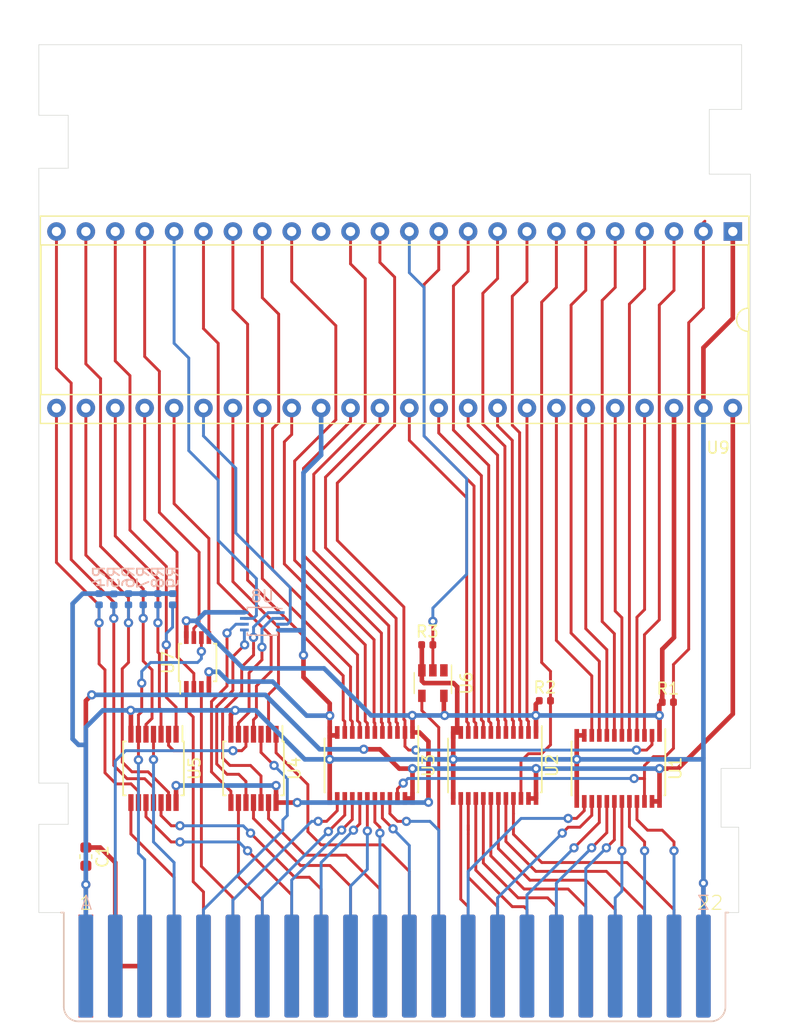
<source format=kicad_pcb>
(kicad_pcb (version 20171130) (host pcbnew 5.1.2)

  (general
    (thickness 1.6)
    (drawings 29)
    (tracks 744)
    (zones 0)
    (modules 21)
    (nets 89)
  )

  (page A4)
  (layers
    (0 F.Cu signal)
    (31 B.Cu signal)
    (32 B.Adhes user)
    (33 F.Adhes user)
    (34 B.Paste user)
    (35 F.Paste user)
    (36 B.SilkS user)
    (37 F.SilkS user)
    (38 B.Mask user)
    (39 F.Mask user)
    (40 Dwgs.User user)
    (41 Cmts.User user)
    (42 Eco1.User user)
    (43 Eco2.User user)
    (44 Edge.Cuts user)
    (45 Margin user)
    (46 B.CrtYd user)
    (47 F.CrtYd user)
    (48 B.Fab user)
    (49 F.Fab user)
  )

  (setup
    (last_trace_width 0.25)
    (trace_clearance 0.2)
    (zone_clearance 0.508)
    (zone_45_only no)
    (trace_min 0.2)
    (via_size 0.8)
    (via_drill 0.4)
    (via_min_size 0.4)
    (via_min_drill 0.3)
    (uvia_size 0.3)
    (uvia_drill 0.1)
    (uvias_allowed no)
    (uvia_min_size 0.2)
    (uvia_min_drill 0.1)
    (edge_width 0.05)
    (segment_width 0.2)
    (pcb_text_width 0.3)
    (pcb_text_size 1.5 1.5)
    (mod_edge_width 0.12)
    (mod_text_size 1 1)
    (mod_text_width 0.15)
    (pad_size 1.27 8.89)
    (pad_drill 0)
    (pad_to_mask_clearance 0.051)
    (solder_mask_min_width 0.25)
    (aux_axis_origin 0 0)
    (visible_elements FFFFEF7F)
    (pcbplotparams
      (layerselection 0x010fc_ffffffff)
      (usegerberextensions false)
      (usegerberattributes false)
      (usegerberadvancedattributes false)
      (creategerberjobfile false)
      (excludeedgelayer true)
      (linewidth 0.100000)
      (plotframeref false)
      (viasonmask false)
      (mode 1)
      (useauxorigin false)
      (hpglpennumber 1)
      (hpglpenspeed 20)
      (hpglpendiameter 15.000000)
      (psnegative false)
      (psa4output false)
      (plotreference true)
      (plotvalue true)
      (plotinvisibletext false)
      (padsonsilk false)
      (subtractmaskfromsilk false)
      (outputformat 1)
      (mirror false)
      (drillshape 1)
      (scaleselection 1)
      (outputdirectory ""))
  )

  (net 0 "")
  (net 1 +5V)
  (net 2 GND)
  (net 3 VCC)
  (net 4 "Net-(U5-Pad6)")
  (net 5 RESET_OUT)
  (net 6 NMI_OUT)
  (net 7 A_~EN)
  (net 8 A0)
  (net 9 A7)
  (net 10 A6)
  (net 11 A5)
  (net 12 A4)
  (net 13 A3)
  (net 14 A2)
  (net 15 A1)
  (net 16 A_DIR)
  (net 17 "/Level Shifters/8")
  (net 18 "/Level Shifters/9")
  (net 19 "/Level Shifters/10")
  (net 20 "/Level Shifters/11")
  (net 21 "/Level Shifters/12")
  (net 22 "/Level Shifters/13")
  (net 23 "/Level Shifters/14")
  (net 24 "/Level Shifters/15")
  (net 25 A15)
  (net 26 A14)
  (net 27 A13)
  (net 28 A12)
  (net 29 A11)
  (net 30 A10)
  (net 31 A9)
  (net 32 A8)
  (net 33 D_~EN)
  (net 34 D7)
  (net 35 D6)
  (net 36 D5)
  (net 37 D4)
  (net 38 D3)
  (net 39 D2)
  (net 40 D1)
  (net 41 D0)
  (net 42 D_DIR)
  (net 43 ~ROML)
  (net 44 PHI2)
  (net 45 "Net-(U4-Pad3)")
  (net 46 ~ROMH)
  (net 47 "Net-(U4-Pad1)")
  (net 48 "Net-(U5-Pad4)")
  (net 49 DMA)
  (net 50 RESET_IN)
  (net 51 ~IO2)
  (net 52 BA)
  (net 53 "Net-(U2-Pad21)")
  (net 54 "Net-(U2-Pad20)")
  (net 55 "Net-(U2-Pad19)")
  (net 56 "Net-(U2-Pad18)")
  (net 57 "Net-(U2-Pad17)")
  (net 58 "Net-(U2-Pad16)")
  (net 59 "Net-(U2-Pad15)")
  (net 60 "Net-(U2-Pad14)")
  (net 61 "Net-(U4-Pad13)")
  (net 62 "Net-(U4-Pad11)")
  (net 63 "Net-(U4-Pad9)")
  (net 64 "Net-(U4-Pad5)")
  (net 65 "Net-(U5-Pad12)")
  (net 66 "Net-(U5-Pad10)")
  (net 67 "Net-(U5-Pad2)")
  (net 68 "Net-(U6-Pad4)")
  (net 69 "Net-(U7-Pad3)")
  (net 70 "Net-(U5-Pad8)")
  (net 71 IRQ_OUT)
  (net 72 GAME)
  (net 73 EXROM)
  (net 74 RW_OUT)
  (net 75 "Net-(U1-Pad21)")
  (net 76 "Net-(U1-Pad20)")
  (net 77 "Net-(U1-Pad19)")
  (net 78 "Net-(U1-Pad18)")
  (net 79 "Net-(U1-Pad17)")
  (net 80 "Net-(U1-Pad16)")
  (net 81 "Net-(U1-Pad15)")
  (net 82 "Net-(U1-Pad14)")
  (net 83 ~IO1)
  (net 84 RW_IN)
  (net 85 DOTCLK)
  (net 86 "Net-(U8-Pad7)")
  (net 87 "Net-(U8-Pad3)")
  (net 88 "Net-(U9-Pad15)")

  (net_class Default "This is the default net class."
    (clearance 0.2)
    (trace_width 0.25)
    (via_dia 0.8)
    (via_drill 0.4)
    (uvia_dia 0.3)
    (uvia_drill 0.1)
    (add_net "/Level Shifters/10")
    (add_net "/Level Shifters/11")
    (add_net "/Level Shifters/12")
    (add_net "/Level Shifters/13")
    (add_net "/Level Shifters/14")
    (add_net "/Level Shifters/15")
    (add_net "/Level Shifters/8")
    (add_net "/Level Shifters/9")
    (add_net A0)
    (add_net A1)
    (add_net A10)
    (add_net A11)
    (add_net A12)
    (add_net A13)
    (add_net A14)
    (add_net A15)
    (add_net A2)
    (add_net A3)
    (add_net A4)
    (add_net A5)
    (add_net A6)
    (add_net A7)
    (add_net A8)
    (add_net A9)
    (add_net A_DIR)
    (add_net A_~EN)
    (add_net BA)
    (add_net D0)
    (add_net D1)
    (add_net D2)
    (add_net D3)
    (add_net D4)
    (add_net D5)
    (add_net D6)
    (add_net D7)
    (add_net DMA)
    (add_net DOTCLK)
    (add_net D_DIR)
    (add_net D_~EN)
    (add_net EXROM)
    (add_net GAME)
    (add_net IRQ_OUT)
    (add_net NMI_OUT)
    (add_net "Net-(U1-Pad14)")
    (add_net "Net-(U1-Pad15)")
    (add_net "Net-(U1-Pad16)")
    (add_net "Net-(U1-Pad17)")
    (add_net "Net-(U1-Pad18)")
    (add_net "Net-(U1-Pad19)")
    (add_net "Net-(U1-Pad20)")
    (add_net "Net-(U1-Pad21)")
    (add_net "Net-(U2-Pad14)")
    (add_net "Net-(U2-Pad15)")
    (add_net "Net-(U2-Pad16)")
    (add_net "Net-(U2-Pad17)")
    (add_net "Net-(U2-Pad18)")
    (add_net "Net-(U2-Pad19)")
    (add_net "Net-(U2-Pad20)")
    (add_net "Net-(U2-Pad21)")
    (add_net "Net-(U4-Pad1)")
    (add_net "Net-(U4-Pad11)")
    (add_net "Net-(U4-Pad13)")
    (add_net "Net-(U4-Pad3)")
    (add_net "Net-(U4-Pad5)")
    (add_net "Net-(U4-Pad9)")
    (add_net "Net-(U5-Pad10)")
    (add_net "Net-(U5-Pad12)")
    (add_net "Net-(U5-Pad2)")
    (add_net "Net-(U5-Pad4)")
    (add_net "Net-(U5-Pad6)")
    (add_net "Net-(U5-Pad8)")
    (add_net "Net-(U6-Pad4)")
    (add_net "Net-(U7-Pad3)")
    (add_net "Net-(U8-Pad3)")
    (add_net "Net-(U8-Pad7)")
    (add_net "Net-(U9-Pad15)")
    (add_net PHI2)
    (add_net RESET_IN)
    (add_net RESET_OUT)
    (add_net RW_IN)
    (add_net RW_OUT)
    (add_net ~IO1)
    (add_net ~IO2)
    (add_net ~ROMH)
    (add_net ~ROML)
  )

  (net_class Power ""
    (clearance 0.2)
    (trace_width 0.4)
    (via_dia 0.8)
    (via_drill 0.4)
    (uvia_dia 0.3)
    (uvia_drill 0.1)
    (add_net +5V)
    (add_net GND)
    (add_net VCC)
  )

  (module Resistor_SMD:R_0402_1005Metric (layer B.Cu) (tedit 5B301BBD) (tstamp 5E3EF64B)
    (at 57.023 128.651 90)
    (descr "Resistor SMD 0402 (1005 Metric), square (rectangular) end terminal, IPC_7351 nominal, (Body size source: http://www.tortai-tech.com/upload/download/2011102023233369053.pdf), generated with kicad-footprint-generator")
    (tags resistor)
    (path /5E3E1F66/5E4E3A31)
    (attr smd)
    (fp_text reference R9 (at 1.905 0 90) (layer B.SilkS)
      (effects (font (size 1 1) (thickness 0.15)) (justify mirror))
    )
    (fp_text value 4.7k (at 0 -1.17 90) (layer B.Fab)
      (effects (font (size 1 1) (thickness 0.15)) (justify mirror))
    )
    (fp_text user %R (at 0 0 90) (layer B.Fab)
      (effects (font (size 0.25 0.25) (thickness 0.04)) (justify mirror))
    )
    (fp_line (start 0.93 -0.47) (end -0.93 -0.47) (layer B.CrtYd) (width 0.05))
    (fp_line (start 0.93 0.47) (end 0.93 -0.47) (layer B.CrtYd) (width 0.05))
    (fp_line (start -0.93 0.47) (end 0.93 0.47) (layer B.CrtYd) (width 0.05))
    (fp_line (start -0.93 -0.47) (end -0.93 0.47) (layer B.CrtYd) (width 0.05))
    (fp_line (start 0.5 -0.25) (end -0.5 -0.25) (layer B.Fab) (width 0.1))
    (fp_line (start 0.5 0.25) (end 0.5 -0.25) (layer B.Fab) (width 0.1))
    (fp_line (start -0.5 0.25) (end 0.5 0.25) (layer B.Fab) (width 0.1))
    (fp_line (start -0.5 -0.25) (end -0.5 0.25) (layer B.Fab) (width 0.1))
    (pad 2 smd roundrect (at 0.485 0 90) (size 0.59 0.64) (layers B.Cu B.Paste B.Mask) (roundrect_rratio 0.25)
      (net 2 GND))
    (pad 1 smd roundrect (at -0.485 0 90) (size 0.59 0.64) (layers B.Cu B.Paste B.Mask) (roundrect_rratio 0.25)
      (net 74 RW_OUT))
    (model ${KISYS3DMOD}/Resistor_SMD.3dshapes/R_0402_1005Metric.wrl
      (at (xyz 0 0 0))
      (scale (xyz 1 1 1))
      (rotate (xyz 0 0 0))
    )
  )

  (module Resistor_SMD:R_0402_1005Metric (layer B.Cu) (tedit 5B301BBD) (tstamp 5E3EEA89)
    (at 55.753 128.651 90)
    (descr "Resistor SMD 0402 (1005 Metric), square (rectangular) end terminal, IPC_7351 nominal, (Body size source: http://www.tortai-tech.com/upload/download/2011102023233369053.pdf), generated with kicad-footprint-generator")
    (tags resistor)
    (path /5E3E1F66/5E49EF16)
    (attr smd)
    (fp_text reference R8 (at 1.905 0 90) (layer B.SilkS)
      (effects (font (size 1 1) (thickness 0.15)) (justify mirror))
    )
    (fp_text value 4.7k (at 0 -1.17 90) (layer B.Fab)
      (effects (font (size 1 1) (thickness 0.15)) (justify mirror))
    )
    (fp_text user %R (at 0 0 90) (layer B.Fab)
      (effects (font (size 0.25 0.25) (thickness 0.04)) (justify mirror))
    )
    (fp_line (start 0.93 -0.47) (end -0.93 -0.47) (layer B.CrtYd) (width 0.05))
    (fp_line (start 0.93 0.47) (end 0.93 -0.47) (layer B.CrtYd) (width 0.05))
    (fp_line (start -0.93 0.47) (end 0.93 0.47) (layer B.CrtYd) (width 0.05))
    (fp_line (start -0.93 -0.47) (end -0.93 0.47) (layer B.CrtYd) (width 0.05))
    (fp_line (start 0.5 -0.25) (end -0.5 -0.25) (layer B.Fab) (width 0.1))
    (fp_line (start 0.5 0.25) (end 0.5 -0.25) (layer B.Fab) (width 0.1))
    (fp_line (start -0.5 0.25) (end 0.5 0.25) (layer B.Fab) (width 0.1))
    (fp_line (start -0.5 -0.25) (end -0.5 0.25) (layer B.Fab) (width 0.1))
    (pad 2 smd roundrect (at 0.485 0 90) (size 0.59 0.64) (layers B.Cu B.Paste B.Mask) (roundrect_rratio 0.25)
      (net 2 GND))
    (pad 1 smd roundrect (at -0.485 0 90) (size 0.59 0.64) (layers B.Cu B.Paste B.Mask) (roundrect_rratio 0.25)
      (net 6 NMI_OUT))
    (model ${KISYS3DMOD}/Resistor_SMD.3dshapes/R_0402_1005Metric.wrl
      (at (xyz 0 0 0))
      (scale (xyz 1 1 1))
      (rotate (xyz 0 0 0))
    )
  )

  (module Resistor_SMD:R_0402_1005Metric (layer B.Cu) (tedit 5B301BBD) (tstamp 5E3EEA7A)
    (at 54.483 128.651 90)
    (descr "Resistor SMD 0402 (1005 Metric), square (rectangular) end terminal, IPC_7351 nominal, (Body size source: http://www.tortai-tech.com/upload/download/2011102023233369053.pdf), generated with kicad-footprint-generator")
    (tags resistor)
    (path /5E3E1F66/5E42C213)
    (attr smd)
    (fp_text reference R7 (at 1.905 0 90) (layer B.SilkS)
      (effects (font (size 1 1) (thickness 0.15)) (justify mirror))
    )
    (fp_text value 4.7k (at 0 -1.17 90) (layer B.Fab)
      (effects (font (size 1 1) (thickness 0.15)) (justify mirror))
    )
    (fp_text user %R (at 0 0 90) (layer B.Fab)
      (effects (font (size 0.25 0.25) (thickness 0.04)) (justify mirror))
    )
    (fp_line (start 0.93 -0.47) (end -0.93 -0.47) (layer B.CrtYd) (width 0.05))
    (fp_line (start 0.93 0.47) (end 0.93 -0.47) (layer B.CrtYd) (width 0.05))
    (fp_line (start -0.93 0.47) (end 0.93 0.47) (layer B.CrtYd) (width 0.05))
    (fp_line (start -0.93 -0.47) (end -0.93 0.47) (layer B.CrtYd) (width 0.05))
    (fp_line (start 0.5 -0.25) (end -0.5 -0.25) (layer B.Fab) (width 0.1))
    (fp_line (start 0.5 0.25) (end 0.5 -0.25) (layer B.Fab) (width 0.1))
    (fp_line (start -0.5 0.25) (end 0.5 0.25) (layer B.Fab) (width 0.1))
    (fp_line (start -0.5 -0.25) (end -0.5 0.25) (layer B.Fab) (width 0.1))
    (pad 2 smd roundrect (at 0.485 0 90) (size 0.59 0.64) (layers B.Cu B.Paste B.Mask) (roundrect_rratio 0.25)
      (net 2 GND))
    (pad 1 smd roundrect (at -0.485 0 90) (size 0.59 0.64) (layers B.Cu B.Paste B.Mask) (roundrect_rratio 0.25)
      (net 5 RESET_OUT))
    (model ${KISYS3DMOD}/Resistor_SMD.3dshapes/R_0402_1005Metric.wrl
      (at (xyz 0 0 0))
      (scale (xyz 1 1 1))
      (rotate (xyz 0 0 0))
    )
  )

  (module Resistor_SMD:R_0402_1005Metric (layer B.Cu) (tedit 5B301BBD) (tstamp 5E3EF6A1)
    (at 53.213 128.651 90)
    (descr "Resistor SMD 0402 (1005 Metric), square (rectangular) end terminal, IPC_7351 nominal, (Body size source: http://www.tortai-tech.com/upload/download/2011102023233369053.pdf), generated with kicad-footprint-generator")
    (tags resistor)
    (path /5E3E1F66/5E4C53C7)
    (attr smd)
    (fp_text reference R6 (at 1.905 0 90) (layer B.SilkS)
      (effects (font (size 1 1) (thickness 0.15)) (justify mirror))
    )
    (fp_text value 4.7k (at 0 -1.17 90) (layer B.Fab)
      (effects (font (size 1 1) (thickness 0.15)) (justify mirror))
    )
    (fp_text user %R (at 0 0 90) (layer B.Fab)
      (effects (font (size 0.25 0.25) (thickness 0.04)) (justify mirror))
    )
    (fp_line (start 0.93 -0.47) (end -0.93 -0.47) (layer B.CrtYd) (width 0.05))
    (fp_line (start 0.93 0.47) (end 0.93 -0.47) (layer B.CrtYd) (width 0.05))
    (fp_line (start -0.93 0.47) (end 0.93 0.47) (layer B.CrtYd) (width 0.05))
    (fp_line (start -0.93 -0.47) (end -0.93 0.47) (layer B.CrtYd) (width 0.05))
    (fp_line (start 0.5 -0.25) (end -0.5 -0.25) (layer B.Fab) (width 0.1))
    (fp_line (start 0.5 0.25) (end 0.5 -0.25) (layer B.Fab) (width 0.1))
    (fp_line (start -0.5 0.25) (end 0.5 0.25) (layer B.Fab) (width 0.1))
    (fp_line (start -0.5 -0.25) (end -0.5 0.25) (layer B.Fab) (width 0.1))
    (pad 2 smd roundrect (at 0.485 0 90) (size 0.59 0.64) (layers B.Cu B.Paste B.Mask) (roundrect_rratio 0.25)
      (net 2 GND))
    (pad 1 smd roundrect (at -0.485 0 90) (size 0.59 0.64) (layers B.Cu B.Paste B.Mask) (roundrect_rratio 0.25)
      (net 73 EXROM))
    (model ${KISYS3DMOD}/Resistor_SMD.3dshapes/R_0402_1005Metric.wrl
      (at (xyz 0 0 0))
      (scale (xyz 1 1 1))
      (rotate (xyz 0 0 0))
    )
  )

  (module Resistor_SMD:R_0402_1005Metric (layer B.Cu) (tedit 5B301BBD) (tstamp 5E3EF6E8)
    (at 51.943 128.674 90)
    (descr "Resistor SMD 0402 (1005 Metric), square (rectangular) end terminal, IPC_7351 nominal, (Body size source: http://www.tortai-tech.com/upload/download/2011102023233369053.pdf), generated with kicad-footprint-generator")
    (tags resistor)
    (path /5E3E1F66/5E4CFBCD)
    (attr smd)
    (fp_text reference R5 (at 1.928 0 90) (layer B.SilkS)
      (effects (font (size 1 1) (thickness 0.15)) (justify mirror))
    )
    (fp_text value 4.7k (at 0 -1.17 90) (layer B.Fab)
      (effects (font (size 1 1) (thickness 0.15)) (justify mirror))
    )
    (fp_text user %R (at 0 0 90) (layer B.Fab)
      (effects (font (size 0.25 0.25) (thickness 0.04)) (justify mirror))
    )
    (fp_line (start 0.93 -0.47) (end -0.93 -0.47) (layer B.CrtYd) (width 0.05))
    (fp_line (start 0.93 0.47) (end 0.93 -0.47) (layer B.CrtYd) (width 0.05))
    (fp_line (start -0.93 0.47) (end 0.93 0.47) (layer B.CrtYd) (width 0.05))
    (fp_line (start -0.93 -0.47) (end -0.93 0.47) (layer B.CrtYd) (width 0.05))
    (fp_line (start 0.5 -0.25) (end -0.5 -0.25) (layer B.Fab) (width 0.1))
    (fp_line (start 0.5 0.25) (end 0.5 -0.25) (layer B.Fab) (width 0.1))
    (fp_line (start -0.5 0.25) (end 0.5 0.25) (layer B.Fab) (width 0.1))
    (fp_line (start -0.5 -0.25) (end -0.5 0.25) (layer B.Fab) (width 0.1))
    (pad 2 smd roundrect (at 0.485 0 90) (size 0.59 0.64) (layers B.Cu B.Paste B.Mask) (roundrect_rratio 0.25)
      (net 2 GND))
    (pad 1 smd roundrect (at -0.485 0 90) (size 0.59 0.64) (layers B.Cu B.Paste B.Mask) (roundrect_rratio 0.25)
      (net 72 GAME))
    (model ${KISYS3DMOD}/Resistor_SMD.3dshapes/R_0402_1005Metric.wrl
      (at (xyz 0 0 0))
      (scale (xyz 1 1 1))
      (rotate (xyz 0 0 0))
    )
  )

  (module Resistor_SMD:R_0402_1005Metric (layer B.Cu) (tedit 5B301BBD) (tstamp 5E3EEA4D)
    (at 50.673 128.651 90)
    (descr "Resistor SMD 0402 (1005 Metric), square (rectangular) end terminal, IPC_7351 nominal, (Body size source: http://www.tortai-tech.com/upload/download/2011102023233369053.pdf), generated with kicad-footprint-generator")
    (tags resistor)
    (path /5E3E1F66/5E4F2559)
    (attr smd)
    (fp_text reference R4 (at 1.905 0 90) (layer B.SilkS)
      (effects (font (size 1 1) (thickness 0.15)) (justify mirror))
    )
    (fp_text value 4.7k (at 0 -1.17 90) (layer B.Fab)
      (effects (font (size 1 1) (thickness 0.15)) (justify mirror))
    )
    (fp_text user %R (at 0 0 90) (layer B.Fab)
      (effects (font (size 0.25 0.25) (thickness 0.04)) (justify mirror))
    )
    (fp_line (start 0.93 -0.47) (end -0.93 -0.47) (layer B.CrtYd) (width 0.05))
    (fp_line (start 0.93 0.47) (end 0.93 -0.47) (layer B.CrtYd) (width 0.05))
    (fp_line (start -0.93 0.47) (end 0.93 0.47) (layer B.CrtYd) (width 0.05))
    (fp_line (start -0.93 -0.47) (end -0.93 0.47) (layer B.CrtYd) (width 0.05))
    (fp_line (start 0.5 -0.25) (end -0.5 -0.25) (layer B.Fab) (width 0.1))
    (fp_line (start 0.5 0.25) (end 0.5 -0.25) (layer B.Fab) (width 0.1))
    (fp_line (start -0.5 0.25) (end 0.5 0.25) (layer B.Fab) (width 0.1))
    (fp_line (start -0.5 -0.25) (end -0.5 0.25) (layer B.Fab) (width 0.1))
    (pad 2 smd roundrect (at 0.485 0 90) (size 0.59 0.64) (layers B.Cu B.Paste B.Mask) (roundrect_rratio 0.25)
      (net 2 GND))
    (pad 1 smd roundrect (at -0.485 0 90) (size 0.59 0.64) (layers B.Cu B.Paste B.Mask) (roundrect_rratio 0.25)
      (net 71 IRQ_OUT))
    (model ${KISYS3DMOD}/Resistor_SMD.3dshapes/R_0402_1005Metric.wrl
      (at (xyz 0 0 0))
      (scale (xyz 1 1 1))
      (rotate (xyz 0 0 0))
    )
  )

  (module Package_SO:VSSOP-8_2.4x2.1mm_P0.5mm (layer B.Cu) (tedit 5A02F25C) (tstamp 5E3EE0B0)
    (at 64.77 130.556 180)
    (descr http://www.ti.com/lit/ml/mpds050d/mpds050d.pdf)
    (tags "VSSOP DCU R-PDSO-G8 Pitch0.5mm")
    (path /5E3FBEA3/5E3F2081)
    (attr smd)
    (fp_text reference U8 (at 0 2.159) (layer B.SilkS)
      (effects (font (size 1 1) (thickness 0.15)) (justify mirror))
    )
    (fp_text value 74LVC2G132 (at 0 -2.413) (layer B.Fab)
      (effects (font (size 1 1) (thickness 0.15)) (justify mirror))
    )
    (fp_text user %R (at 0 0) (layer B.Fab)
      (effects (font (size 0.5 0.5) (thickness 0.1)) (justify mirror))
    )
    (fp_line (start -1.2 -1.05) (end 1.2 -1.05) (layer B.Fab) (width 0.1))
    (fp_line (start 1.2 -1.05) (end 1.2 1.05) (layer B.Fab) (width 0.1))
    (fp_line (start 1.2 1.05) (end -0.9 1.05) (layer B.Fab) (width 0.1))
    (fp_line (start -0.9 1.05) (end -1.2 0.7) (layer B.Fab) (width 0.1))
    (fp_line (start -1.2 0.7) (end -1.2 -1.05) (layer B.Fab) (width 0.1))
    (fp_line (start -1.3 -1.2) (end 1.3 -1.2) (layer B.SilkS) (width 0.12))
    (fp_line (start 1.3 -1.2) (end 1.3 -1) (layer B.SilkS) (width 0.12))
    (fp_line (start 1.3 1) (end 1.3 1.2) (layer B.SilkS) (width 0.12))
    (fp_line (start 1.3 1.2) (end -1.3 1.2) (layer B.SilkS) (width 0.12))
    (fp_line (start -1.3 1.2) (end -1.3 1.1) (layer B.SilkS) (width 0.12))
    (fp_line (start -1.3 1.1) (end -1.7 1.1) (layer B.SilkS) (width 0.12))
    (fp_line (start -1.3 -1.2) (end -1.3 -1) (layer B.SilkS) (width 0.12))
    (fp_line (start -2.18 1.3) (end 2.18 1.3) (layer B.CrtYd) (width 0.05))
    (fp_line (start 2.18 1.3) (end 2.18 -1.3) (layer B.CrtYd) (width 0.05))
    (fp_line (start 2.18 -1.3) (end -2.18 -1.3) (layer B.CrtYd) (width 0.05))
    (fp_line (start -2.18 -1.3) (end -2.18 1.3) (layer B.CrtYd) (width 0.05))
    (pad 8 smd rect (at 1.55 0.75 180) (size 0.75 0.25) (layers B.Cu B.Paste B.Mask)
      (net 3 VCC))
    (pad 7 smd rect (at 1.55 0.25 180) (size 0.75 0.25) (layers B.Cu B.Paste B.Mask)
      (net 86 "Net-(U8-Pad7)"))
    (pad 6 smd rect (at 1.55 -0.25 180) (size 0.75 0.25) (layers B.Cu B.Paste B.Mask)
      (net 83 ~IO1))
    (pad 5 smd rect (at 1.55 -0.75 180) (size 0.75 0.25) (layers B.Cu B.Paste B.Mask)
      (net 51 ~IO2))
    (pad 4 smd rect (at -1.55 -0.75 180) (size 0.75 0.25) (layers B.Cu B.Paste B.Mask)
      (net 2 GND))
    (pad 3 smd rect (at -1.55 -0.25 180) (size 0.75 0.25) (layers B.Cu B.Paste B.Mask)
      (net 87 "Net-(U8-Pad3)"))
    (pad 2 smd rect (at -1.55 0.25 180) (size 0.75 0.25) (layers B.Cu B.Paste B.Mask)
      (net 46 ~ROMH))
    (pad 1 smd rect (at -1.55 0.75 180) (size 0.75 0.25) (layers B.Cu B.Paste B.Mask)
      (net 43 ~ROML))
    (model ${KISYS3DMOD}/Package_SO.3dshapes/VSSOP-8_2.4x2.1mm_P0.5mm.wrl
      (at (xyz 0 0 0))
      (scale (xyz 1 1 1))
      (rotate (xyz 0 0 0))
    )
  )

  (module RETRO_Innovations:CARTRIDGE_C64 (layer F.Cu) (tedit 0) (tstamp 5E3EE294)
    (at 76.2 165.1)
    (path /5E3E1F66/5E417FC0)
    (fp_text reference CART1 (at 0 0) (layer F.SilkS) hide
      (effects (font (size 1.27 1.27) (thickness 0.15)))
    )
    (fp_text value CARTRIDGE_C64 (at 0 0) (layer F.SilkS) hide
      (effects (font (size 1.27 1.27) (thickness 0.15)))
    )
    (fp_line (start -34.036 0) (end -31.4325 0) (layer Dwgs.User) (width 0.1))
    (fp_line (start 31.4325 0) (end 34.036 0) (layer Dwgs.User) (width 0.1))
    (fp_line (start 34.036 0) (end 34.036 -88.138) (layer Dwgs.User) (width 0.1))
    (fp_line (start 34.036 -88.138) (end -34.036 -88.138) (layer Dwgs.User) (width 0.1))
    (fp_line (start -34.036 -88.138) (end -34.036 0) (layer Dwgs.User) (width 0.1))
    (fp_line (start -31.4325 -86.106) (end 31.4325 -86.106) (layer Dwgs.User) (width 0.1))
    (fp_line (start 31.4325 -86.106) (end 31.4325 -77.5208) (layer Dwgs.User) (width 0.1))
    (fp_line (start 31.4325 -77.5208) (end 28.8925 -77.5208) (layer Dwgs.User) (width 0.1))
    (fp_line (start 28.8925 -77.5208) (end 28.8925 -74.295) (layer Dwgs.User) (width 0.1))
    (fp_line (start 28.8925 -74.295) (end 31.4325 -74.295) (layer Dwgs.User) (width 0.1))
    (fp_line (start 31.4325 -74.295) (end 31.4325 -20.1168) (layer Dwgs.User) (width 0.1))
    (fp_line (start 31.4325 -20.1168) (end 28.8925 -20.1168) (layer Dwgs.User) (width 0.1))
    (fp_line (start 28.8925 -20.1168) (end 28.8925 -17.526) (layer Dwgs.User) (width 0.1))
    (fp_line (start 28.8925 -17.526) (end 31.4325 -17.526) (layer Dwgs.User) (width 0.1))
    (fp_line (start 31.4325 -17.526) (end 31.4325 0) (layer Dwgs.User) (width 0.1))
    (fp_line (start 31.4325 0) (end -31.4325 0) (layer Dwgs.User) (width 0.1))
    (fp_line (start -31.4325 0) (end -31.4325 -17.526) (layer Dwgs.User) (width 0.1))
    (fp_line (start -31.4325 -17.526) (end -28.8925 -17.526) (layer Dwgs.User) (width 0.1))
    (fp_line (start -28.8925 -17.526) (end -28.8925 -20.1168) (layer Dwgs.User) (width 0.1))
    (fp_line (start -28.8925 -20.1168) (end -31.4325 -20.1168) (layer Dwgs.User) (width 0.1))
    (fp_line (start -31.4325 -20.1168) (end -31.4325 -74.295) (layer Dwgs.User) (width 0.1))
    (fp_line (start -31.4325 -74.295) (end -28.8925 -74.295) (layer Dwgs.User) (width 0.1))
    (fp_line (start -28.8925 -74.295) (end -28.8925 -77.5208) (layer Dwgs.User) (width 0.1))
    (fp_line (start -28.8925 -77.5208) (end -31.4325 -77.5208) (layer Dwgs.User) (width 0.1))
    (fp_line (start -31.4325 -77.5208) (end -31.4325 -86.106) (layer Dwgs.User) (width 0.1))
    (pad "" np_thru_hole circle (at 0 -43.815) (size 5.08 5.08) (drill 5.08) (layers *.Cu *.Mask))
    (pad "" np_thru_hole circle (at 0 -46.99) (size 2.921 2.921) (drill 2.921) (layers *.Cu *.Mask))
  )

  (module Resistor_SMD:R_0402_1005Metric (layer F.Cu) (tedit 5B301BBD) (tstamp 5E3F1428)
    (at 79.017 132.588 180)
    (descr "Resistor SMD 0402 (1005 Metric), square (rectangular) end terminal, IPC_7351 nominal, (Body size source: http://www.tortai-tech.com/upload/download/2011102023233369053.pdf), generated with kicad-footprint-generator")
    (tags resistor)
    (path /5E3E1F66/5E4B04D2)
    (attr smd)
    (fp_text reference R3 (at 0 1.143) (layer F.SilkS)
      (effects (font (size 1 1) (thickness 0.15)))
    )
    (fp_text value 4.7k (at 0 -1.27) (layer F.Fab)
      (effects (font (size 1 1) (thickness 0.15)))
    )
    (fp_text user %R (at 0 0) (layer F.Fab)
      (effects (font (size 0.25 0.25) (thickness 0.04)))
    )
    (fp_line (start 0.93 0.47) (end -0.93 0.47) (layer F.CrtYd) (width 0.05))
    (fp_line (start 0.93 -0.47) (end 0.93 0.47) (layer F.CrtYd) (width 0.05))
    (fp_line (start -0.93 -0.47) (end 0.93 -0.47) (layer F.CrtYd) (width 0.05))
    (fp_line (start -0.93 0.47) (end -0.93 -0.47) (layer F.CrtYd) (width 0.05))
    (fp_line (start 0.5 0.25) (end -0.5 0.25) (layer F.Fab) (width 0.1))
    (fp_line (start 0.5 -0.25) (end 0.5 0.25) (layer F.Fab) (width 0.1))
    (fp_line (start -0.5 -0.25) (end 0.5 -0.25) (layer F.Fab) (width 0.1))
    (fp_line (start -0.5 0.25) (end -0.5 -0.25) (layer F.Fab) (width 0.1))
    (pad 2 smd roundrect (at 0.485 0 180) (size 0.59 0.64) (layers F.Cu F.Paste F.Mask) (roundrect_rratio 0.25)
      (net 2 GND))
    (pad 1 smd roundrect (at -0.485 0 180) (size 0.59 0.64) (layers F.Cu F.Paste F.Mask) (roundrect_rratio 0.25)
      (net 49 DMA))
    (model ${KISYS3DMOD}/Resistor_SMD.3dshapes/R_0402_1005Metric.wrl
      (at (xyz 0 0 0))
      (scale (xyz 1 1 1))
      (rotate (xyz 0 0 0))
    )
  )

  (module Package_DIP:DIP-48_W15.24mm_Socket (layer F.Cu) (tedit 5A02E8C5) (tstamp 5E3EAF14)
    (at 105.41 96.901 270)
    (descr "48-lead though-hole mounted DIP package, row spacing 15.24 mm (600 mils), Socket")
    (tags "THT DIP DIL PDIP 2.54mm 15.24mm 600mil Socket")
    (path /5E3FBEA3/5E3FC06E)
    (fp_text reference U9 (at 18.669 1.27 180) (layer F.SilkS)
      (effects (font (size 1 1) (thickness 0.15)))
    )
    (fp_text value TinyFPGA_EX (at 7.62 60.75 90) (layer F.Fab)
      (effects (font (size 1 1) (thickness 0.15)))
    )
    (fp_text user %R (at 7.62 29.21 90) (layer F.Fab)
      (effects (font (size 1 1) (thickness 0.15)))
    )
    (fp_line (start 16.8 -1.6) (end -1.55 -1.6) (layer F.CrtYd) (width 0.05))
    (fp_line (start 16.8 60) (end 16.8 -1.6) (layer F.CrtYd) (width 0.05))
    (fp_line (start -1.55 60) (end 16.8 60) (layer F.CrtYd) (width 0.05))
    (fp_line (start -1.55 -1.6) (end -1.55 60) (layer F.CrtYd) (width 0.05))
    (fp_line (start 16.57 -1.39) (end -1.33 -1.39) (layer F.SilkS) (width 0.12))
    (fp_line (start 16.57 59.81) (end 16.57 -1.39) (layer F.SilkS) (width 0.12))
    (fp_line (start -1.33 59.81) (end 16.57 59.81) (layer F.SilkS) (width 0.12))
    (fp_line (start -1.33 -1.39) (end -1.33 59.81) (layer F.SilkS) (width 0.12))
    (fp_line (start 14.08 -1.33) (end 8.62 -1.33) (layer F.SilkS) (width 0.12))
    (fp_line (start 14.08 59.75) (end 14.08 -1.33) (layer F.SilkS) (width 0.12))
    (fp_line (start 1.16 59.75) (end 14.08 59.75) (layer F.SilkS) (width 0.12))
    (fp_line (start 1.16 -1.33) (end 1.16 59.75) (layer F.SilkS) (width 0.12))
    (fp_line (start 6.62 -1.33) (end 1.16 -1.33) (layer F.SilkS) (width 0.12))
    (fp_line (start 16.51 -1.33) (end -1.27 -1.33) (layer F.Fab) (width 0.1))
    (fp_line (start 16.51 59.75) (end 16.51 -1.33) (layer F.Fab) (width 0.1))
    (fp_line (start -1.27 59.75) (end 16.51 59.75) (layer F.Fab) (width 0.1))
    (fp_line (start -1.27 -1.33) (end -1.27 59.75) (layer F.Fab) (width 0.1))
    (fp_line (start 0.255 -0.27) (end 1.255 -1.27) (layer F.Fab) (width 0.1))
    (fp_line (start 0.255 59.69) (end 0.255 -0.27) (layer F.Fab) (width 0.1))
    (fp_line (start 14.985 59.69) (end 0.255 59.69) (layer F.Fab) (width 0.1))
    (fp_line (start 14.985 -1.27) (end 14.985 59.69) (layer F.Fab) (width 0.1))
    (fp_line (start 1.255 -1.27) (end 14.985 -1.27) (layer F.Fab) (width 0.1))
    (fp_arc (start 7.62 -1.33) (end 6.62 -1.33) (angle -180) (layer F.SilkS) (width 0.12))
    (pad 48 thru_hole oval (at 15.24 0 270) (size 1.6 1.6) (drill 0.8) (layers *.Cu *.Mask)
      (net 1 +5V))
    (pad 24 thru_hole oval (at 0 58.42 270) (size 1.6 1.6) (drill 0.8) (layers *.Cu *.Mask)
      (net 72 GAME))
    (pad 47 thru_hole oval (at 15.24 2.54 270) (size 1.6 1.6) (drill 0.8) (layers *.Cu *.Mask)
      (net 2 GND))
    (pad 23 thru_hole oval (at 0 55.88 270) (size 1.6 1.6) (drill 0.8) (layers *.Cu *.Mask)
      (net 5 RESET_OUT))
    (pad 46 thru_hole oval (at 15.24 5.08 270) (size 1.6 1.6) (drill 0.8) (layers *.Cu *.Mask)
      (net 3 VCC))
    (pad 22 thru_hole oval (at 0 53.34 270) (size 1.6 1.6) (drill 0.8) (layers *.Cu *.Mask)
      (net 74 RW_OUT))
    (pad 45 thru_hole oval (at 15.24 7.62 270) (size 1.6 1.6) (drill 0.8) (layers *.Cu *.Mask)
      (net 15 A1))
    (pad 21 thru_hole oval (at 0 50.8 270) (size 1.6 1.6) (drill 0.8) (layers *.Cu *.Mask)
      (net 84 RW_IN))
    (pad 44 thru_hole oval (at 15.24 10.16 270) (size 1.6 1.6) (drill 0.8) (layers *.Cu *.Mask)
      (net 13 A3))
    (pad 20 thru_hole oval (at 0 48.26 270) (size 1.6 1.6) (drill 0.8) (layers *.Cu *.Mask)
      (net 86 "Net-(U8-Pad7)"))
    (pad 43 thru_hole oval (at 15.24 12.7 270) (size 1.6 1.6) (drill 0.8) (layers *.Cu *.Mask)
      (net 11 A5))
    (pad 19 thru_hole oval (at 0 45.72 270) (size 1.6 1.6) (drill 0.8) (layers *.Cu *.Mask)
      (net 44 PHI2))
    (pad 42 thru_hole oval (at 15.24 15.24 270) (size 1.6 1.6) (drill 0.8) (layers *.Cu *.Mask)
      (net 9 A7))
    (pad 18 thru_hole oval (at 0 43.18 270) (size 1.6 1.6) (drill 0.8) (layers *.Cu *.Mask)
      (net 25 A15))
    (pad 41 thru_hole oval (at 15.24 17.78 270) (size 1.6 1.6) (drill 0.8) (layers *.Cu *.Mask)
      (net 42 D_DIR))
    (pad 17 thru_hole oval (at 0 40.64 270) (size 1.6 1.6) (drill 0.8) (layers *.Cu *.Mask)
      (net 27 A13))
    (pad 40 thru_hole oval (at 15.24 20.32 270) (size 1.6 1.6) (drill 0.8) (layers *.Cu *.Mask)
      (net 40 D1))
    (pad 16 thru_hole oval (at 0 38.1 270) (size 1.6 1.6) (drill 0.8) (layers *.Cu *.Mask)
      (net 29 A11))
    (pad 39 thru_hole oval (at 15.24 22.86 270) (size 1.6 1.6) (drill 0.8) (layers *.Cu *.Mask)
      (net 38 D3))
    (pad 15 thru_hole oval (at 0 35.56 270) (size 1.6 1.6) (drill 0.8) (layers *.Cu *.Mask)
      (net 88 "Net-(U9-Pad15)"))
    (pad 38 thru_hole oval (at 15.24 25.4 270) (size 1.6 1.6) (drill 0.8) (layers *.Cu *.Mask)
      (net 36 D5))
    (pad 14 thru_hole oval (at 0 33.02 270) (size 1.6 1.6) (drill 0.8) (layers *.Cu *.Mask)
      (net 31 A9))
    (pad 37 thru_hole oval (at 15.24 27.94 270) (size 1.6 1.6) (drill 0.8) (layers *.Cu *.Mask)
      (net 34 D7))
    (pad 13 thru_hole oval (at 0 30.48 270) (size 1.6 1.6) (drill 0.8) (layers *.Cu *.Mask)
      (net 16 A_DIR))
    (pad 36 thru_hole oval (at 15.24 30.48 270) (size 1.6 1.6) (drill 0.8) (layers *.Cu *.Mask)
      (net 32 A8))
    (pad 12 thru_hole oval (at 0 27.94 270) (size 1.6 1.6) (drill 0.8) (layers *.Cu *.Mask)
      (net 49 DMA))
    (pad 35 thru_hole oval (at 15.24 33.02 270) (size 1.6 1.6) (drill 0.8) (layers *.Cu *.Mask)
      (net 30 A10))
    (pad 11 thru_hole oval (at 0 25.4 270) (size 1.6 1.6) (drill 0.8) (layers *.Cu *.Mask)
      (net 35 D6))
    (pad 34 thru_hole oval (at 15.24 35.56 270) (size 1.6 1.6) (drill 0.8) (layers *.Cu *.Mask)
      (net 2 GND))
    (pad 10 thru_hole oval (at 0 22.86 270) (size 1.6 1.6) (drill 0.8) (layers *.Cu *.Mask)
      (net 37 D4))
    (pad 33 thru_hole oval (at 15.24 38.1 270) (size 1.6 1.6) (drill 0.8) (layers *.Cu *.Mask)
      (net 28 A12))
    (pad 9 thru_hole oval (at 0 20.32 270) (size 1.6 1.6) (drill 0.8) (layers *.Cu *.Mask)
      (net 39 D2))
    (pad 32 thru_hole oval (at 15.24 40.64 270) (size 1.6 1.6) (drill 0.8) (layers *.Cu *.Mask)
      (net 26 A14))
    (pad 8 thru_hole oval (at 0 17.78 270) (size 1.6 1.6) (drill 0.8) (layers *.Cu *.Mask)
      (net 41 D0))
    (pad 31 thru_hole oval (at 15.24 43.18 270) (size 1.6 1.6) (drill 0.8) (layers *.Cu *.Mask)
      (net 52 BA))
    (pad 7 thru_hole oval (at 0 15.24 270) (size 1.6 1.6) (drill 0.8) (layers *.Cu *.Mask)
      (net 33 D_~EN))
    (pad 30 thru_hole oval (at 15.24 45.72 270) (size 1.6 1.6) (drill 0.8) (layers *.Cu *.Mask)
      (net 87 "Net-(U8-Pad3)"))
    (pad 6 thru_hole oval (at 0 12.7 270) (size 1.6 1.6) (drill 0.8) (layers *.Cu *.Mask)
      (net 10 A6))
    (pad 29 thru_hole oval (at 15.24 48.26 270) (size 1.6 1.6) (drill 0.8) (layers *.Cu *.Mask)
      (net 85 DOTCLK))
    (pad 5 thru_hole oval (at 0 10.16 270) (size 1.6 1.6) (drill 0.8) (layers *.Cu *.Mask)
      (net 12 A4))
    (pad 28 thru_hole oval (at 15.24 50.8 270) (size 1.6 1.6) (drill 0.8) (layers *.Cu *.Mask)
      (net 50 RESET_IN))
    (pad 4 thru_hole oval (at 0 7.62 270) (size 1.6 1.6) (drill 0.8) (layers *.Cu *.Mask)
      (net 14 A2))
    (pad 27 thru_hole oval (at 15.24 53.34 270) (size 1.6 1.6) (drill 0.8) (layers *.Cu *.Mask)
      (net 6 NMI_OUT))
    (pad 3 thru_hole oval (at 0 5.08 270) (size 1.6 1.6) (drill 0.8) (layers *.Cu *.Mask)
      (net 8 A0))
    (pad 26 thru_hole oval (at 15.24 55.88 270) (size 1.6 1.6) (drill 0.8) (layers *.Cu *.Mask)
      (net 73 EXROM))
    (pad 2 thru_hole oval (at 0 2.54 270) (size 1.6 1.6) (drill 0.8) (layers *.Cu *.Mask)
      (net 7 A_~EN))
    (pad 25 thru_hole oval (at 15.24 58.42 270) (size 1.6 1.6) (drill 0.8) (layers *.Cu *.Mask)
      (net 71 IRQ_OUT))
    (pad 1 thru_hole rect (at 0 0 270) (size 1.6 1.6) (drill 0.8) (layers *.Cu *.Mask)
      (net 2 GND))
    (model ${KISYS3DMOD}/Package_DIP.3dshapes/DIP-48_W15.24mm_Socket.wrl
      (at (xyz 0 0 0))
      (scale (xyz 1 1 1))
      (rotate (xyz 0 0 0))
    )
  )

  (module RETRO_Innovations:MA100-22-2 (layer F.Cu) (tedit 0) (tstamp 5E3EF546)
    (at 76.2 160.02)
    (path /5E3E1F66/5E417FCC)
    (fp_text reference X1 (at -27.305 -8.001) (layer F.SilkS) hide
      (effects (font (size 1.2065 1.2065) (thickness 0.09652)) (justify left bottom))
    )
    (fp_text value EXPANSION_PORT_C64_EDGE (at -27.305 -6.096) (layer F.Fab) hide
      (effects (font (size 1.2065 1.2065) (thickness 0.1016)) (justify left bottom))
    )
    (fp_line (start -27.305 5.08) (end 27.305 5.08) (layer F.SilkS) (width 0.127))
    (fp_arc (start 27.305 3.81) (end 27.305 5.08) (angle -90) (layer F.SilkS) (width 0.127))
    (fp_line (start 28.575 3.81) (end 28.575 -4.318) (layer F.SilkS) (width 0.127))
    (fp_arc (start -27.305 3.81) (end -27.305 5.08) (angle 90) (layer F.SilkS) (width 0.127))
    (fp_line (start -28.575 3.81) (end -28.575 -4.318) (layer F.SilkS) (width 0.127))
    (fp_line (start -28.829 -4.318) (end -28.575 -4.318) (layer F.SilkS) (width 0.127))
    (fp_line (start 28.575 -4.318) (end 28.829 -4.318) (layer F.SilkS) (width 0.127))
    (fp_line (start -28.575 -4.318) (end -28.575 3.81) (layer B.SilkS) (width 0.127))
    (fp_arc (start -27.305 3.81) (end -28.575 3.81) (angle -90) (layer B.SilkS) (width 0.127))
    (fp_line (start -27.305 5.08) (end 27.305 5.08) (layer B.SilkS) (width 0.127))
    (fp_arc (start 27.305 3.81) (end 27.305 5.08) (angle -90) (layer B.SilkS) (width 0.127))
    (fp_line (start 28.575 3.81) (end 28.575 -4.318) (layer B.SilkS) (width 0.127))
    (fp_line (start 28.575 -4.318) (end 28.829 -4.318) (layer B.SilkS) (width 0.127))
    (fp_line (start -28.829 -4.318) (end -28.575 -4.318) (layer B.SilkS) (width 0.127))
    (fp_text user 1 (at -27.305 -4.445) (layer F.SilkS)
      (effects (font (size 1.2065 1.2065) (thickness 0.1016)) (justify left bottom))
    )
    (fp_text user 22 (at 26.035 -4.445) (layer F.SilkS)
      (effects (font (size 1.2065 1.2065) (thickness 0.1016)) (justify left bottom))
    )
    (fp_text user A (at -26.035 -4.445) (layer B.SilkS)
      (effects (font (size 1.2065 1.2065) (thickness 0.1016)) (justify left bottom mirror))
    )
    (fp_text user Z (at 27.305 -4.445) (layer B.SilkS)
      (effects (font (size 1.2065 1.2065) (thickness 0.1016)) (justify left bottom mirror))
    )
    (pad 11 smd roundrect (at -1.27 0.3048) (size 1.27 8.89) (layers F.Cu F.Paste F.Mask) (roundrect_rratio 0.15)
      (net 61 "Net-(U4-Pad13)") (solder_mask_margin 0.0508))
    (pad 10 smd roundrect (at -3.81 0.3048) (size 1.27 8.89) (layers F.Cu F.Paste F.Mask) (roundrect_rratio 0.15)
      (net 62 "Net-(U4-Pad11)") (solder_mask_margin 0.0508))
    (pad 9 smd roundrect (at -6.35 0.3048) (size 1.27 8.89) (layers F.Cu F.Paste F.Mask) (roundrect_rratio 0.15)
      (net 65 "Net-(U5-Pad12)") (solder_mask_margin 0.0508))
    (pad 8 smd roundrect (at -8.89 0.3048) (size 1.27 8.89) (layers F.Cu F.Paste F.Mask) (roundrect_rratio 0.15)
      (net 66 "Net-(U5-Pad10)") (solder_mask_margin 0.0508))
    (pad 7 smd roundrect (at -11.43 0.3048) (size 1.27 8.89) (layers F.Cu F.Paste F.Mask) (roundrect_rratio 0.15)
      (net 63 "Net-(U4-Pad9)") (solder_mask_margin 0.0508))
    (pad 6 smd roundrect (at -13.97 0.3048) (size 1.27 8.89) (layers F.Cu F.Paste F.Mask) (roundrect_rratio 0.15)
      (net 69 "Net-(U7-Pad3)") (solder_mask_margin 0.0508))
    (pad 5 smd roundrect (at -16.51 0.3048) (size 1.27 8.89) (layers F.Cu F.Paste F.Mask) (roundrect_rratio 0.15)
      (net 67 "Net-(U5-Pad2)") (solder_mask_margin 0.0508))
    (pad 4 smd roundrect (at -19.05 0.3048) (size 1.27 8.89) (layers F.Cu F.Paste F.Mask) (roundrect_rratio 0.15)
      (net 70 "Net-(U5-Pad8)") (solder_mask_margin 0.0508))
    (pad 3 smd roundrect (at -21.59 0.3048) (size 1.27 8.89) (layers F.Cu F.Paste F.Mask) (roundrect_rratio 0.15)
      (net 1 +5V) (solder_mask_margin 0.0508))
    (pad 2 smd roundrect (at -24.13 0.3048) (size 1.27 8.89) (layers F.Cu F.Paste F.Mask) (roundrect_rratio 0.15)
      (net 1 +5V) (solder_mask_margin 0.0508))
    (pad 1 smd rect (at -26.67 0.3048) (size 1.27 8.89) (layers F.Cu F.Paste F.Mask)
      (net 2 GND) (solder_mask_margin 0.0508))
    (pad 12 smd roundrect (at 1.27 0.3048) (size 1.27 8.89) (layers F.Cu F.Paste F.Mask) (roundrect_rratio 0.15)
      (net 47 "Net-(U4-Pad1)") (solder_mask_margin 0.0508))
    (pad 13 smd roundrect (at 3.81 0.3048) (size 1.27 8.89) (layers F.Cu F.Paste F.Mask) (roundrect_rratio 0.15)
      (net 68 "Net-(U6-Pad4)") (solder_mask_margin 0.0508))
    (pad 14 smd roundrect (at 6.35 0.3048) (size 1.27 8.89) (layers F.Cu F.Paste F.Mask) (roundrect_rratio 0.15)
      (net 60 "Net-(U2-Pad14)") (solder_mask_margin 0.0508))
    (pad 15 smd roundrect (at 8.89 0.3048) (size 1.27 8.89) (layers F.Cu F.Paste F.Mask) (roundrect_rratio 0.15)
      (net 59 "Net-(U2-Pad15)") (solder_mask_margin 0.0508))
    (pad 16 smd roundrect (at 11.43 0.3048) (size 1.27 8.89) (layers F.Cu F.Paste F.Mask) (roundrect_rratio 0.15)
      (net 58 "Net-(U2-Pad16)") (solder_mask_margin 0.0508))
    (pad 17 smd roundrect (at 13.97 0.3048) (size 1.27 8.89) (layers F.Cu F.Paste F.Mask) (roundrect_rratio 0.15)
      (net 57 "Net-(U2-Pad17)") (solder_mask_margin 0.0508))
    (pad 18 smd roundrect (at 16.51 0.3048) (size 1.27 8.89) (layers F.Cu F.Paste F.Mask) (roundrect_rratio 0.15)
      (net 56 "Net-(U2-Pad18)") (solder_mask_margin 0.0508))
    (pad 19 smd roundrect (at 19.05 0.3048) (size 1.27 8.89) (layers F.Cu F.Paste F.Mask) (roundrect_rratio 0.15)
      (net 55 "Net-(U2-Pad19)") (solder_mask_margin 0.0508))
    (pad 20 smd roundrect (at 21.59 0.3048) (size 1.27 8.89) (layers F.Cu F.Paste F.Mask) (roundrect_rratio 0.15)
      (net 54 "Net-(U2-Pad20)") (solder_mask_margin 0.0508))
    (pad 21 smd roundrect (at 24.13 0.3048) (size 1.27 8.89) (layers F.Cu F.Paste F.Mask) (roundrect_rratio 0.15)
      (net 53 "Net-(U2-Pad21)") (solder_mask_margin 0.0508))
    (pad 22 smd roundrect (at 26.67 0.3048) (size 1.27 8.89) (layers F.Cu F.Paste F.Mask) (roundrect_rratio 0.15)
      (net 2 GND) (solder_mask_margin 0.0508))
    (pad A smd roundrect (at -26.67 0.3048) (size 1.27 8.89) (layers B.Cu B.Paste B.Mask) (roundrect_rratio 0.15)
      (net 2 GND) (solder_mask_margin 0.0508))
    (pad B smd roundrect (at -24.13 0.3048) (size 1.27 8.89) (layers B.Cu B.Paste B.Mask) (roundrect_rratio 0.15)
      (net 64 "Net-(U4-Pad5)") (solder_mask_margin 0.0508))
    (pad C smd roundrect (at -21.59 0.3048) (size 1.27 8.89) (layers B.Cu B.Paste B.Mask) (roundrect_rratio 0.15)
      (net 4 "Net-(U5-Pad6)") (solder_mask_margin 0.0508))
    (pad D smd roundrect (at -19.05 0.3048) (size 1.27 8.89) (layers B.Cu B.Paste B.Mask) (roundrect_rratio 0.15)
      (net 48 "Net-(U5-Pad4)") (solder_mask_margin 0.0508))
    (pad E smd roundrect (at -16.51 0.3048) (size 1.27 8.89) (layers B.Cu B.Paste B.Mask) (roundrect_rratio 0.15)
      (net 45 "Net-(U4-Pad3)") (solder_mask_margin 0.0508))
    (pad F smd roundrect (at -13.97 0.3048) (size 1.27 8.89) (layers B.Cu B.Paste B.Mask) (roundrect_rratio 0.15)
      (net 24 "/Level Shifters/15") (solder_mask_margin 0.0508))
    (pad H smd roundrect (at -11.43 0.3048) (size 1.27 8.89) (layers B.Cu B.Paste B.Mask) (roundrect_rratio 0.15)
      (net 23 "/Level Shifters/14") (solder_mask_margin 0.0508))
    (pad J smd roundrect (at -8.89 0.3048) (size 1.27 8.89) (layers B.Cu B.Paste B.Mask) (roundrect_rratio 0.15)
      (net 22 "/Level Shifters/13") (solder_mask_margin 0.0508))
    (pad K smd roundrect (at -6.35 0.3048) (size 1.27 8.89) (layers B.Cu B.Paste B.Mask) (roundrect_rratio 0.15)
      (net 21 "/Level Shifters/12") (solder_mask_margin 0.0508))
    (pad L smd roundrect (at -3.81 0.3048) (size 1.27 8.89) (layers B.Cu B.Paste B.Mask) (roundrect_rratio 0.15)
      (net 20 "/Level Shifters/11") (solder_mask_margin 0.0508))
    (pad M smd roundrect (at -1.27 0.3048) (size 1.27 8.89) (layers B.Cu B.Paste B.Mask) (roundrect_rratio 0.15)
      (net 19 "/Level Shifters/10") (solder_mask_margin 0.0508))
    (pad N smd roundrect (at 1.27 0.3048) (size 1.27 8.89) (layers B.Cu B.Paste B.Mask) (roundrect_rratio 0.15)
      (net 18 "/Level Shifters/9") (solder_mask_margin 0.0508))
    (pad P smd roundrect (at 3.81 0.3048) (size 1.27 8.89) (layers B.Cu B.Paste B.Mask) (roundrect_rratio 0.15)
      (net 17 "/Level Shifters/8") (solder_mask_margin 0.0508))
    (pad R smd roundrect (at 6.35 0.3048) (size 1.27 8.89) (layers B.Cu B.Paste B.Mask) (roundrect_rratio 0.15)
      (net 82 "Net-(U1-Pad14)") (solder_mask_margin 0.0508))
    (pad S smd roundrect (at 8.89 0.3048) (size 1.27 8.89) (layers B.Cu B.Paste B.Mask) (roundrect_rratio 0.15)
      (net 81 "Net-(U1-Pad15)") (solder_mask_margin 0.0508))
    (pad T smd roundrect (at 11.43 0.3048) (size 1.27 8.89) (layers B.Cu B.Paste B.Mask) (roundrect_rratio 0.15)
      (net 80 "Net-(U1-Pad16)") (solder_mask_margin 0.0508))
    (pad U smd roundrect (at 13.97 0.3048) (size 1.27 8.89) (layers B.Cu B.Paste B.Mask) (roundrect_rratio 0.15)
      (net 79 "Net-(U1-Pad17)") (solder_mask_margin 0.0508))
    (pad V smd roundrect (at 16.51 0.3048) (size 1.27 8.89) (layers B.Cu B.Paste B.Mask) (roundrect_rratio 0.15)
      (net 78 "Net-(U1-Pad18)") (solder_mask_margin 0.0508))
    (pad W smd roundrect (at 19.05 0.3048) (size 1.27 8.89) (layers B.Cu B.Paste B.Mask) (roundrect_rratio 0.15)
      (net 77 "Net-(U1-Pad19)") (solder_mask_margin 0.0508))
    (pad X smd roundrect (at 21.59 0.3048) (size 1.27 8.89) (layers B.Cu B.Paste B.Mask) (roundrect_rratio 0.15)
      (net 76 "Net-(U1-Pad20)") (solder_mask_margin 0.0508))
    (pad Y smd roundrect (at 24.13 0.3048) (size 1.27 8.89) (layers B.Cu B.Paste B.Mask) (roundrect_rratio 0.15)
      (net 75 "Net-(U1-Pad21)") (solder_mask_margin 0.0508))
    (pad Z smd roundrect (at 26.67 0.3048) (size 1.27 8.89) (layers B.Cu B.Paste B.Mask) (roundrect_rratio 0.15)
      (net 2 GND) (solder_mask_margin 0.0508))
  )

  (module Resistor_SMD:R_0402_1005Metric (layer F.Cu) (tedit 5B301BBD) (tstamp 5E3EDB32)
    (at 89.177 137.414 180)
    (descr "Resistor SMD 0402 (1005 Metric), square (rectangular) end terminal, IPC_7351 nominal, (Body size source: http://www.tortai-tech.com/upload/download/2011102023233369053.pdf), generated with kicad-footprint-generator")
    (tags resistor)
    (path /5E3E1F66/5E8E0572)
    (attr smd)
    (fp_text reference R2 (at 0 1.143) (layer F.SilkS)
      (effects (font (size 1 1) (thickness 0.15)))
    )
    (fp_text value 4.7k (at -0.104 -1.27) (layer F.Fab)
      (effects (font (size 1 1) (thickness 0.15)))
    )
    (fp_text user %R (at 0 0) (layer F.Fab)
      (effects (font (size 0.25 0.25) (thickness 0.04)))
    )
    (fp_line (start 0.93 0.47) (end -0.93 0.47) (layer F.CrtYd) (width 0.05))
    (fp_line (start 0.93 -0.47) (end 0.93 0.47) (layer F.CrtYd) (width 0.05))
    (fp_line (start -0.93 -0.47) (end 0.93 -0.47) (layer F.CrtYd) (width 0.05))
    (fp_line (start -0.93 0.47) (end -0.93 -0.47) (layer F.CrtYd) (width 0.05))
    (fp_line (start 0.5 0.25) (end -0.5 0.25) (layer F.Fab) (width 0.1))
    (fp_line (start 0.5 -0.25) (end 0.5 0.25) (layer F.Fab) (width 0.1))
    (fp_line (start -0.5 -0.25) (end 0.5 -0.25) (layer F.Fab) (width 0.1))
    (fp_line (start -0.5 0.25) (end -0.5 -0.25) (layer F.Fab) (width 0.1))
    (pad 2 smd roundrect (at 0.485 0 180) (size 0.59 0.64) (layers F.Cu F.Paste F.Mask) (roundrect_rratio 0.25)
      (net 3 VCC))
    (pad 1 smd roundrect (at -0.485 0 180) (size 0.59 0.64) (layers F.Cu F.Paste F.Mask) (roundrect_rratio 0.25)
      (net 33 D_~EN))
    (model ${KISYS3DMOD}/Resistor_SMD.3dshapes/R_0402_1005Metric.wrl
      (at (xyz 0 0 0))
      (scale (xyz 1 1 1))
      (rotate (xyz 0 0 0))
    )
  )

  (module Resistor_SMD:R_0402_1005Metric (layer F.Cu) (tedit 5B301BBD) (tstamp 5E3ED7DB)
    (at 99.799 137.541)
    (descr "Resistor SMD 0402 (1005 Metric), square (rectangular) end terminal, IPC_7351 nominal, (Body size source: http://www.tortai-tech.com/upload/download/2011102023233369053.pdf), generated with kicad-footprint-generator")
    (tags resistor)
    (path /5E3E1F66/5E8BAF7F)
    (attr smd)
    (fp_text reference R1 (at 0 -1.17) (layer F.SilkS)
      (effects (font (size 1 1) (thickness 0.15)))
    )
    (fp_text value 4.7k (at 0 1.17) (layer F.Fab)
      (effects (font (size 1 1) (thickness 0.15)))
    )
    (fp_text user %R (at 0 0) (layer F.Fab)
      (effects (font (size 0.25 0.25) (thickness 0.04)))
    )
    (fp_line (start 0.93 0.47) (end -0.93 0.47) (layer F.CrtYd) (width 0.05))
    (fp_line (start 0.93 -0.47) (end 0.93 0.47) (layer F.CrtYd) (width 0.05))
    (fp_line (start -0.93 -0.47) (end 0.93 -0.47) (layer F.CrtYd) (width 0.05))
    (fp_line (start -0.93 0.47) (end -0.93 -0.47) (layer F.CrtYd) (width 0.05))
    (fp_line (start 0.5 0.25) (end -0.5 0.25) (layer F.Fab) (width 0.1))
    (fp_line (start 0.5 -0.25) (end 0.5 0.25) (layer F.Fab) (width 0.1))
    (fp_line (start -0.5 -0.25) (end 0.5 -0.25) (layer F.Fab) (width 0.1))
    (fp_line (start -0.5 0.25) (end -0.5 -0.25) (layer F.Fab) (width 0.1))
    (pad 2 smd roundrect (at 0.485 0) (size 0.59 0.64) (layers F.Cu F.Paste F.Mask) (roundrect_rratio 0.25)
      (net 7 A_~EN))
    (pad 1 smd roundrect (at -0.485 0) (size 0.59 0.64) (layers F.Cu F.Paste F.Mask) (roundrect_rratio 0.25)
      (net 3 VCC))
    (model ${KISYS3DMOD}/Resistor_SMD.3dshapes/R_0402_1005Metric.wrl
      (at (xyz 0 0 0))
      (scale (xyz 1 1 1))
      (rotate (xyz 0 0 0))
    )
  )

  (module Capacitor_SMD:C_0603_1608Metric (layer F.Cu) (tedit 5B301BBE) (tstamp 5E3E8D31)
    (at 49.53 150.876 270)
    (descr "Capacitor SMD 0603 (1608 Metric), square (rectangular) end terminal, IPC_7351 nominal, (Body size source: http://www.tortai-tech.com/upload/download/2011102023233369053.pdf), generated with kicad-footprint-generator")
    (tags capacitor)
    (path /5E3E1F66/5E6BF8AE)
    (attr smd)
    (fp_text reference C1 (at 0 -1.43 90) (layer F.SilkS)
      (effects (font (size 1 1) (thickness 0.15)))
    )
    (fp_text value 0.1u (at 0 1.43 90) (layer F.Fab)
      (effects (font (size 1 1) (thickness 0.15)))
    )
    (fp_text user %R (at 0 0 90) (layer F.Fab)
      (effects (font (size 0.4 0.4) (thickness 0.06)))
    )
    (fp_line (start 1.48 0.73) (end -1.48 0.73) (layer F.CrtYd) (width 0.05))
    (fp_line (start 1.48 -0.73) (end 1.48 0.73) (layer F.CrtYd) (width 0.05))
    (fp_line (start -1.48 -0.73) (end 1.48 -0.73) (layer F.CrtYd) (width 0.05))
    (fp_line (start -1.48 0.73) (end -1.48 -0.73) (layer F.CrtYd) (width 0.05))
    (fp_line (start -0.162779 0.51) (end 0.162779 0.51) (layer F.SilkS) (width 0.12))
    (fp_line (start -0.162779 -0.51) (end 0.162779 -0.51) (layer F.SilkS) (width 0.12))
    (fp_line (start 0.8 0.4) (end -0.8 0.4) (layer F.Fab) (width 0.1))
    (fp_line (start 0.8 -0.4) (end 0.8 0.4) (layer F.Fab) (width 0.1))
    (fp_line (start -0.8 -0.4) (end 0.8 -0.4) (layer F.Fab) (width 0.1))
    (fp_line (start -0.8 0.4) (end -0.8 -0.4) (layer F.Fab) (width 0.1))
    (pad 2 smd roundrect (at 0.7875 0 270) (size 0.875 0.95) (layers F.Cu F.Paste F.Mask) (roundrect_rratio 0.25)
      (net 2 GND))
    (pad 1 smd roundrect (at -0.7875 0 270) (size 0.875 0.95) (layers F.Cu F.Paste F.Mask) (roundrect_rratio 0.25)
      (net 1 +5V))
    (model ${KISYS3DMOD}/Capacitor_SMD.3dshapes/C_0603_1608Metric.wrl
      (at (xyz 0 0 0))
      (scale (xyz 1 1 1))
      (rotate (xyz 0 0 0))
    )
  )

  (module Package_SO:TSSOP-14_4.4x5mm_P0.65mm (layer F.Cu) (tedit 5A02F25C) (tstamp 5E3DE386)
    (at 55.372 143.256 270)
    (descr "14-Lead Plastic Thin Shrink Small Outline (ST)-4.4 mm Body [TSSOP] (see Microchip Packaging Specification 00000049BS.pdf)")
    (tags "SSOP 0.65")
    (path /5E3E1F66/5E4C0EF3)
    (attr smd)
    (fp_text reference U5 (at 0 -3.55 90) (layer F.SilkS)
      (effects (font (size 1 1) (thickness 0.15)))
    )
    (fp_text value 74LVC06A (at 0 3.55 90) (layer F.Fab)
      (effects (font (size 1 1) (thickness 0.15)))
    )
    (fp_text user %R (at 0 0 90) (layer F.Fab)
      (effects (font (size 0.8 0.8) (thickness 0.15)))
    )
    (fp_line (start -2.325 -2.5) (end -3.675 -2.5) (layer F.SilkS) (width 0.15))
    (fp_line (start -2.325 2.625) (end 2.325 2.625) (layer F.SilkS) (width 0.15))
    (fp_line (start -2.325 -2.625) (end 2.325 -2.625) (layer F.SilkS) (width 0.15))
    (fp_line (start -2.325 2.625) (end -2.325 2.4) (layer F.SilkS) (width 0.15))
    (fp_line (start 2.325 2.625) (end 2.325 2.4) (layer F.SilkS) (width 0.15))
    (fp_line (start 2.325 -2.625) (end 2.325 -2.4) (layer F.SilkS) (width 0.15))
    (fp_line (start -2.325 -2.625) (end -2.325 -2.5) (layer F.SilkS) (width 0.15))
    (fp_line (start -3.95 2.8) (end 3.95 2.8) (layer F.CrtYd) (width 0.05))
    (fp_line (start -3.95 -2.8) (end 3.95 -2.8) (layer F.CrtYd) (width 0.05))
    (fp_line (start 3.95 -2.8) (end 3.95 2.8) (layer F.CrtYd) (width 0.05))
    (fp_line (start -3.95 -2.8) (end -3.95 2.8) (layer F.CrtYd) (width 0.05))
    (fp_line (start -2.2 -1.5) (end -1.2 -2.5) (layer F.Fab) (width 0.15))
    (fp_line (start -2.2 2.5) (end -2.2 -1.5) (layer F.Fab) (width 0.15))
    (fp_line (start 2.2 2.5) (end -2.2 2.5) (layer F.Fab) (width 0.15))
    (fp_line (start 2.2 -2.5) (end 2.2 2.5) (layer F.Fab) (width 0.15))
    (fp_line (start -1.2 -2.5) (end 2.2 -2.5) (layer F.Fab) (width 0.15))
    (pad 14 smd rect (at 2.95 -1.95 270) (size 1.45 0.45) (layers F.Cu F.Paste F.Mask)
      (net 3 VCC))
    (pad 13 smd rect (at 2.95 -1.3 270) (size 1.45 0.45) (layers F.Cu F.Paste F.Mask)
      (net 73 EXROM))
    (pad 12 smd rect (at 2.95 -0.65 270) (size 1.45 0.45) (layers F.Cu F.Paste F.Mask)
      (net 65 "Net-(U5-Pad12)"))
    (pad 11 smd rect (at 2.95 0 270) (size 1.45 0.45) (layers F.Cu F.Paste F.Mask)
      (net 72 GAME))
    (pad 10 smd rect (at 2.95 0.65 270) (size 1.45 0.45) (layers F.Cu F.Paste F.Mask)
      (net 66 "Net-(U5-Pad10)"))
    (pad 9 smd rect (at 2.95 1.3 270) (size 1.45 0.45) (layers F.Cu F.Paste F.Mask)
      (net 71 IRQ_OUT))
    (pad 8 smd rect (at 2.95 1.95 270) (size 1.45 0.45) (layers F.Cu F.Paste F.Mask)
      (net 70 "Net-(U5-Pad8)"))
    (pad 7 smd rect (at -2.95 1.95 270) (size 1.45 0.45) (layers F.Cu F.Paste F.Mask)
      (net 2 GND))
    (pad 6 smd rect (at -2.95 1.3 270) (size 1.45 0.45) (layers F.Cu F.Paste F.Mask)
      (net 4 "Net-(U5-Pad6)"))
    (pad 5 smd rect (at -2.95 0.65 270) (size 1.45 0.45) (layers F.Cu F.Paste F.Mask)
      (net 5 RESET_OUT))
    (pad 4 smd rect (at -2.95 0 270) (size 1.45 0.45) (layers F.Cu F.Paste F.Mask)
      (net 48 "Net-(U5-Pad4)"))
    (pad 3 smd rect (at -2.95 -0.65 270) (size 1.45 0.45) (layers F.Cu F.Paste F.Mask)
      (net 6 NMI_OUT))
    (pad 2 smd rect (at -2.95 -1.3 270) (size 1.45 0.45) (layers F.Cu F.Paste F.Mask)
      (net 67 "Net-(U5-Pad2)"))
    (pad 1 smd rect (at -2.95 -1.95 270) (size 1.45 0.45) (layers F.Cu F.Paste F.Mask)
      (net 74 RW_OUT))
    (model ${KISYS3DMOD}/Package_SO.3dshapes/TSSOP-14_4.4x5mm_P0.65mm.wrl
      (at (xyz 0 0 0))
      (scale (xyz 1 1 1))
      (rotate (xyz 0 0 0))
    )
  )

  (module Package_SO:TSSOP-8_3x3mm_P0.65mm (layer F.Cu) (tedit 5A02F25C) (tstamp 5E3DE363)
    (at 59.182 134.112 90)
    (descr "TSSOP8: plastic thin shrink small outline package; 8 leads; body width 3 mm; (see NXP SSOP-TSSOP-VSO-REFLOW.pdf and sot505-1_po.pdf)")
    (tags "SSOP 0.65")
    (path /5E3E1F66/5E5439FF)
    (attr smd)
    (fp_text reference U7 (at 0 -2.55 90) (layer F.SilkS)
      (effects (font (size 1 1) (thickness 0.15)))
    )
    (fp_text value 74LVC3G17 (at 0 2.55 90) (layer F.Fab)
      (effects (font (size 1 1) (thickness 0.15)))
    )
    (fp_text user %R (at 0 0 90) (layer F.Fab)
      (effects (font (size 0.6 0.6) (thickness 0.15)))
    )
    (fp_line (start -1.625 -1.5) (end -2.7 -1.5) (layer F.SilkS) (width 0.15))
    (fp_line (start -1.625 1.625) (end 1.625 1.625) (layer F.SilkS) (width 0.15))
    (fp_line (start -1.625 -1.625) (end 1.625 -1.625) (layer F.SilkS) (width 0.15))
    (fp_line (start -1.625 1.625) (end -1.625 1.4) (layer F.SilkS) (width 0.15))
    (fp_line (start 1.625 1.625) (end 1.625 1.4) (layer F.SilkS) (width 0.15))
    (fp_line (start 1.625 -1.625) (end 1.625 -1.4) (layer F.SilkS) (width 0.15))
    (fp_line (start -1.625 -1.625) (end -1.625 -1.5) (layer F.SilkS) (width 0.15))
    (fp_line (start -2.95 1.8) (end 2.95 1.8) (layer F.CrtYd) (width 0.05))
    (fp_line (start -2.95 -1.8) (end 2.95 -1.8) (layer F.CrtYd) (width 0.05))
    (fp_line (start 2.95 -1.8) (end 2.95 1.8) (layer F.CrtYd) (width 0.05))
    (fp_line (start -2.95 -1.8) (end -2.95 1.8) (layer F.CrtYd) (width 0.05))
    (fp_line (start -1.5 -0.5) (end -0.5 -1.5) (layer F.Fab) (width 0.15))
    (fp_line (start -1.5 1.5) (end -1.5 -0.5) (layer F.Fab) (width 0.15))
    (fp_line (start 1.5 1.5) (end -1.5 1.5) (layer F.Fab) (width 0.15))
    (fp_line (start 1.5 -1.5) (end 1.5 1.5) (layer F.Fab) (width 0.15))
    (fp_line (start -0.5 -1.5) (end 1.5 -1.5) (layer F.Fab) (width 0.15))
    (pad 8 smd rect (at 2.15 -0.975 90) (size 1.1 0.4) (layers F.Cu F.Paste F.Mask)
      (net 3 VCC))
    (pad 7 smd rect (at 2.15 -0.325 90) (size 1.1 0.4) (layers F.Cu F.Paste F.Mask)
      (net 84 RW_IN))
    (pad 6 smd rect (at 2.15 0.325 90) (size 1.1 0.4) (layers F.Cu F.Paste F.Mask)
      (net 4 "Net-(U5-Pad6)"))
    (pad 5 smd rect (at 2.15 0.975 90) (size 1.1 0.4) (layers F.Cu F.Paste F.Mask)
      (net 85 DOTCLK))
    (pad 4 smd rect (at -2.15 0.975 90) (size 1.1 0.4) (layers F.Cu F.Paste F.Mask)
      (net 2 GND))
    (pad 3 smd rect (at -2.15 0.325 90) (size 1.1 0.4) (layers F.Cu F.Paste F.Mask)
      (net 69 "Net-(U7-Pad3)"))
    (pad 2 smd rect (at -2.15 -0.325 90) (size 1.1 0.4) (layers F.Cu F.Paste F.Mask)
      (net 50 RESET_IN))
    (pad 1 smd rect (at -2.15 -0.975 90) (size 1.1 0.4) (layers F.Cu F.Paste F.Mask)
      (net 67 "Net-(U5-Pad2)"))
    (model ${KISYS3DMOD}/Package_SO.3dshapes/TSSOP-8_3x3mm_P0.65mm.wrl
      (at (xyz 0 0 0))
      (scale (xyz 1 1 1))
      (rotate (xyz 0 0 0))
    )
  )

  (module Package_SO:TSSOP-14_4.4x5mm_P0.65mm (layer F.Cu) (tedit 5A02F25C) (tstamp 5E3DE31E)
    (at 64.008 143.256 270)
    (descr "14-Lead Plastic Thin Shrink Small Outline (ST)-4.4 mm Body [TSSOP] (see Microchip Packaging Specification 00000049BS.pdf)")
    (tags "SSOP 0.65")
    (path /5E3E1F66/5E4BADBE)
    (attr smd)
    (fp_text reference U4 (at 0 -3.55 90) (layer F.SilkS)
      (effects (font (size 1 1) (thickness 0.15)))
    )
    (fp_text value 74AHCV17A (at 0 3.55 90) (layer F.Fab)
      (effects (font (size 1 1) (thickness 0.15)))
    )
    (fp_text user %R (at 0 0 90) (layer F.Fab)
      (effects (font (size 0.8 0.8) (thickness 0.15)))
    )
    (fp_line (start -2.325 -2.5) (end -3.675 -2.5) (layer F.SilkS) (width 0.15))
    (fp_line (start -2.325 2.625) (end 2.325 2.625) (layer F.SilkS) (width 0.15))
    (fp_line (start -2.325 -2.625) (end 2.325 -2.625) (layer F.SilkS) (width 0.15))
    (fp_line (start -2.325 2.625) (end -2.325 2.4) (layer F.SilkS) (width 0.15))
    (fp_line (start 2.325 2.625) (end 2.325 2.4) (layer F.SilkS) (width 0.15))
    (fp_line (start 2.325 -2.625) (end 2.325 -2.4) (layer F.SilkS) (width 0.15))
    (fp_line (start -2.325 -2.625) (end -2.325 -2.5) (layer F.SilkS) (width 0.15))
    (fp_line (start -3.95 2.8) (end 3.95 2.8) (layer F.CrtYd) (width 0.05))
    (fp_line (start -3.95 -2.8) (end 3.95 -2.8) (layer F.CrtYd) (width 0.05))
    (fp_line (start 3.95 -2.8) (end 3.95 2.8) (layer F.CrtYd) (width 0.05))
    (fp_line (start -3.95 -2.8) (end -3.95 2.8) (layer F.CrtYd) (width 0.05))
    (fp_line (start -2.2 -1.5) (end -1.2 -2.5) (layer F.Fab) (width 0.15))
    (fp_line (start -2.2 2.5) (end -2.2 -1.5) (layer F.Fab) (width 0.15))
    (fp_line (start 2.2 2.5) (end -2.2 2.5) (layer F.Fab) (width 0.15))
    (fp_line (start 2.2 -2.5) (end 2.2 2.5) (layer F.Fab) (width 0.15))
    (fp_line (start -1.2 -2.5) (end 2.2 -2.5) (layer F.Fab) (width 0.15))
    (pad 14 smd rect (at 2.95 -1.95 270) (size 1.45 0.45) (layers F.Cu F.Paste F.Mask)
      (net 3 VCC))
    (pad 13 smd rect (at 2.95 -1.3 270) (size 1.45 0.45) (layers F.Cu F.Paste F.Mask)
      (net 61 "Net-(U4-Pad13)"))
    (pad 12 smd rect (at 2.95 -0.65 270) (size 1.45 0.45) (layers F.Cu F.Paste F.Mask)
      (net 43 ~ROML))
    (pad 11 smd rect (at 2.95 0 270) (size 1.45 0.45) (layers F.Cu F.Paste F.Mask)
      (net 62 "Net-(U4-Pad11)"))
    (pad 10 smd rect (at 2.95 0.65 270) (size 1.45 0.45) (layers F.Cu F.Paste F.Mask)
      (net 51 ~IO2))
    (pad 9 smd rect (at 2.95 1.3 270) (size 1.45 0.45) (layers F.Cu F.Paste F.Mask)
      (net 63 "Net-(U4-Pad9)"))
    (pad 8 smd rect (at 2.95 1.95 270) (size 1.45 0.45) (layers F.Cu F.Paste F.Mask)
      (net 83 ~IO1))
    (pad 7 smd rect (at -2.95 1.95 270) (size 1.45 0.45) (layers F.Cu F.Paste F.Mask)
      (net 2 GND))
    (pad 6 smd rect (at -2.95 1.3 270) (size 1.45 0.45) (layers F.Cu F.Paste F.Mask)
      (net 46 ~ROMH))
    (pad 5 smd rect (at -2.95 0.65 270) (size 1.45 0.45) (layers F.Cu F.Paste F.Mask)
      (net 64 "Net-(U4-Pad5)"))
    (pad 4 smd rect (at -2.95 0 270) (size 1.45 0.45) (layers F.Cu F.Paste F.Mask)
      (net 44 PHI2))
    (pad 3 smd rect (at -2.95 -0.65 270) (size 1.45 0.45) (layers F.Cu F.Paste F.Mask)
      (net 45 "Net-(U4-Pad3)"))
    (pad 2 smd rect (at -2.95 -1.3 270) (size 1.45 0.45) (layers F.Cu F.Paste F.Mask)
      (net 52 BA))
    (pad 1 smd rect (at -2.95 -1.95 270) (size 1.45 0.45) (layers F.Cu F.Paste F.Mask)
      (net 47 "Net-(U4-Pad1)"))
    (model ${KISYS3DMOD}/Package_SO.3dshapes/TSSOP-14_4.4x5mm_P0.65mm.wrl
      (at (xyz 0 0 0))
      (scale (xyz 1 1 1))
      (rotate (xyz 0 0 0))
    )
  )

  (module Package_TO_SOT_SMD:SOT-23-5 (layer F.Cu) (tedit 5A02FF57) (tstamp 5E3BCA22)
    (at 79.502 135.89 270)
    (descr "5-pin SOT23 package")
    (tags SOT-23-5)
    (path /5E3E1F66/5E418120)
    (attr smd)
    (fp_text reference U6 (at 0 -2.9 90) (layer F.SilkS)
      (effects (font (size 1 1) (thickness 0.15)))
    )
    (fp_text value 74LVC1G06 (at 0 2.9 90) (layer F.Fab)
      (effects (font (size 1 1) (thickness 0.15)))
    )
    (fp_line (start 0.9 -1.55) (end 0.9 1.55) (layer F.Fab) (width 0.1))
    (fp_line (start 0.9 1.55) (end -0.9 1.55) (layer F.Fab) (width 0.1))
    (fp_line (start -0.9 -0.9) (end -0.9 1.55) (layer F.Fab) (width 0.1))
    (fp_line (start 0.9 -1.55) (end -0.25 -1.55) (layer F.Fab) (width 0.1))
    (fp_line (start -0.9 -0.9) (end -0.25 -1.55) (layer F.Fab) (width 0.1))
    (fp_line (start -1.9 1.8) (end -1.9 -1.8) (layer F.CrtYd) (width 0.05))
    (fp_line (start 1.9 1.8) (end -1.9 1.8) (layer F.CrtYd) (width 0.05))
    (fp_line (start 1.9 -1.8) (end 1.9 1.8) (layer F.CrtYd) (width 0.05))
    (fp_line (start -1.9 -1.8) (end 1.9 -1.8) (layer F.CrtYd) (width 0.05))
    (fp_line (start 0.9 -1.61) (end -1.55 -1.61) (layer F.SilkS) (width 0.12))
    (fp_line (start -0.9 1.61) (end 0.9 1.61) (layer F.SilkS) (width 0.12))
    (fp_text user %R (at 0 0) (layer F.Fab)
      (effects (font (size 0.5 0.5) (thickness 0.075)))
    )
    (pad 5 smd rect (at 1.1 -0.95 270) (size 1.06 0.65) (layers F.Cu F.Paste F.Mask)
      (net 3 VCC))
    (pad 4 smd rect (at 1.1 0.95 270) (size 1.06 0.65) (layers F.Cu F.Paste F.Mask)
      (net 68 "Net-(U6-Pad4)"))
    (pad 3 smd rect (at -1.1 0.95 270) (size 1.06 0.65) (layers F.Cu F.Paste F.Mask)
      (net 2 GND))
    (pad 2 smd rect (at -1.1 0 270) (size 1.06 0.65) (layers F.Cu F.Paste F.Mask)
      (net 49 DMA))
    (pad 1 smd rect (at -1.1 -0.95 270) (size 1.06 0.65) (layers F.Cu F.Paste F.Mask))
    (model ${KISYS3DMOD}/Package_TO_SOT_SMD.3dshapes/SOT-23-5.wrl
      (at (xyz 0 0 0))
      (scale (xyz 1 1 1))
      (rotate (xyz 0 0 0))
    )
  )

  (module Package_SO:TSSOP-24_4.4x7.8mm_P0.65mm (layer F.Cu) (tedit 5A02F25C) (tstamp 5E3CABAF)
    (at 74.168 143.002 270)
    (descr "TSSOP24: plastic thin shrink small outline package; 24 leads; body width 4.4 mm; (see NXP SSOP-TSSOP-VSO-REFLOW.pdf and sot355-1_po.pdf)")
    (tags "SSOP 0.65")
    (path /5E3E1F66/5E417FE4)
    (attr smd)
    (fp_text reference U3 (at 0 -4.95 90) (layer F.SilkS)
      (effects (font (size 1 1) (thickness 0.15)))
    )
    (fp_text value SN74AVC8T245PW (at 0 4.95 90) (layer F.Fab)
      (effects (font (size 1 1) (thickness 0.15)))
    )
    (fp_text user %R (at 0 0 90) (layer F.Fab)
      (effects (font (size 0.8 0.8) (thickness 0.15)))
    )
    (fp_line (start -2.325 4.025) (end 2.325 4.025) (layer F.SilkS) (width 0.15))
    (fp_line (start -3.4 -4.075) (end 2.325 -4.075) (layer F.SilkS) (width 0.15))
    (fp_line (start -2.325 4.025) (end -2.325 4) (layer F.SilkS) (width 0.15))
    (fp_line (start 2.325 4.025) (end 2.325 4) (layer F.SilkS) (width 0.15))
    (fp_line (start 2.325 -4.025) (end 2.325 -4) (layer F.SilkS) (width 0.15))
    (fp_line (start -3.65 4.2) (end 3.65 4.2) (layer F.CrtYd) (width 0.05))
    (fp_line (start -3.65 -4.2) (end 3.65 -4.2) (layer F.CrtYd) (width 0.05))
    (fp_line (start 3.65 -4.2) (end 3.65 4.2) (layer F.CrtYd) (width 0.05))
    (fp_line (start -3.65 -4.2) (end -3.65 4.2) (layer F.CrtYd) (width 0.05))
    (fp_line (start -2.2 -2.9) (end -1.2 -3.9) (layer F.Fab) (width 0.15))
    (fp_line (start -2.2 3.9) (end -2.2 -2.9) (layer F.Fab) (width 0.15))
    (fp_line (start 2.2 3.9) (end -2.2 3.9) (layer F.Fab) (width 0.15))
    (fp_line (start 2.2 -3.9) (end 2.2 3.9) (layer F.Fab) (width 0.15))
    (fp_line (start -1.2 -3.9) (end 2.2 -3.9) (layer F.Fab) (width 0.15))
    (pad 24 smd rect (at 2.85 -3.575 270) (size 1.1 0.4) (layers F.Cu F.Paste F.Mask)
      (net 1 +5V))
    (pad 23 smd rect (at 2.85 -2.925 270) (size 1.1 0.4) (layers F.Cu F.Paste F.Mask)
      (net 1 +5V))
    (pad 22 smd rect (at 2.85 -2.275 270) (size 1.1 0.4) (layers F.Cu F.Paste F.Mask)
      (net 7 A_~EN))
    (pad 21 smd rect (at 2.85 -1.625 270) (size 1.1 0.4) (layers F.Cu F.Paste F.Mask)
      (net 17 "/Level Shifters/8"))
    (pad 20 smd rect (at 2.85 -0.975 270) (size 1.1 0.4) (layers F.Cu F.Paste F.Mask)
      (net 18 "/Level Shifters/9"))
    (pad 19 smd rect (at 2.85 -0.325 270) (size 1.1 0.4) (layers F.Cu F.Paste F.Mask)
      (net 19 "/Level Shifters/10"))
    (pad 18 smd rect (at 2.85 0.325 270) (size 1.1 0.4) (layers F.Cu F.Paste F.Mask)
      (net 20 "/Level Shifters/11"))
    (pad 17 smd rect (at 2.85 0.975 270) (size 1.1 0.4) (layers F.Cu F.Paste F.Mask)
      (net 21 "/Level Shifters/12"))
    (pad 16 smd rect (at 2.85 1.625 270) (size 1.1 0.4) (layers F.Cu F.Paste F.Mask)
      (net 22 "/Level Shifters/13"))
    (pad 15 smd rect (at 2.85 2.275 270) (size 1.1 0.4) (layers F.Cu F.Paste F.Mask)
      (net 23 "/Level Shifters/14"))
    (pad 14 smd rect (at 2.85 2.925 270) (size 1.1 0.4) (layers F.Cu F.Paste F.Mask)
      (net 24 "/Level Shifters/15"))
    (pad 13 smd rect (at 2.85 3.575 270) (size 1.1 0.4) (layers F.Cu F.Paste F.Mask)
      (net 2 GND))
    (pad 12 smd rect (at -2.85 3.575 270) (size 1.1 0.4) (layers F.Cu F.Paste F.Mask)
      (net 2 GND))
    (pad 11 smd rect (at -2.85 2.925 270) (size 1.1 0.4) (layers F.Cu F.Paste F.Mask)
      (net 2 GND))
    (pad 10 smd rect (at -2.85 2.275 270) (size 1.1 0.4) (layers F.Cu F.Paste F.Mask)
      (net 25 A15))
    (pad 9 smd rect (at -2.85 1.625 270) (size 1.1 0.4) (layers F.Cu F.Paste F.Mask)
      (net 26 A14))
    (pad 8 smd rect (at -2.85 0.975 270) (size 1.1 0.4) (layers F.Cu F.Paste F.Mask)
      (net 27 A13))
    (pad 7 smd rect (at -2.85 0.325 270) (size 1.1 0.4) (layers F.Cu F.Paste F.Mask)
      (net 28 A12))
    (pad 6 smd rect (at -2.85 -0.325 270) (size 1.1 0.4) (layers F.Cu F.Paste F.Mask)
      (net 29 A11))
    (pad 5 smd rect (at -2.85 -0.975 270) (size 1.1 0.4) (layers F.Cu F.Paste F.Mask)
      (net 30 A10))
    (pad 4 smd rect (at -2.85 -1.625 270) (size 1.1 0.4) (layers F.Cu F.Paste F.Mask)
      (net 31 A9))
    (pad 3 smd rect (at -2.85 -2.275 270) (size 1.1 0.4) (layers F.Cu F.Paste F.Mask)
      (net 32 A8))
    (pad 2 smd rect (at -2.85 -2.925 270) (size 1.1 0.4) (layers F.Cu F.Paste F.Mask)
      (net 16 A_DIR))
    (pad 1 smd rect (at -2.85 -3.575 270) (size 1.1 0.4) (layers F.Cu F.Paste F.Mask)
      (net 3 VCC))
    (model ${KISYS3DMOD}/Package_SO.3dshapes/TSSOP-24_4.4x7.8mm_P0.65mm.wrl
      (at (xyz 0 0 0))
      (scale (xyz 1 1 1))
      (rotate (xyz 0 0 0))
    )
  )

  (module Package_SO:TSSOP-24_4.4x7.8mm_P0.65mm (layer F.Cu) (tedit 5A02F25C) (tstamp 5E3C8871)
    (at 84.836 143.002 270)
    (descr "TSSOP24: plastic thin shrink small outline package; 24 leads; body width 4.4 mm; (see NXP SSOP-TSSOP-VSO-REFLOW.pdf and sot355-1_po.pdf)")
    (tags "SSOP 0.65")
    (path /5E3E1F66/5E417FDE)
    (attr smd)
    (fp_text reference U2 (at 0 -4.95 90) (layer F.SilkS)
      (effects (font (size 1 1) (thickness 0.15)))
    )
    (fp_text value SN74AVC8T245PW (at 0 4.95 90) (layer F.Fab)
      (effects (font (size 1 1) (thickness 0.15)))
    )
    (fp_text user %R (at 0 0 90) (layer F.Fab)
      (effects (font (size 0.8 0.8) (thickness 0.15)))
    )
    (fp_line (start -2.325 4.025) (end 2.325 4.025) (layer F.SilkS) (width 0.15))
    (fp_line (start -3.4 -4.075) (end 2.325 -4.075) (layer F.SilkS) (width 0.15))
    (fp_line (start -2.325 4.025) (end -2.325 4) (layer F.SilkS) (width 0.15))
    (fp_line (start 2.325 4.025) (end 2.325 4) (layer F.SilkS) (width 0.15))
    (fp_line (start 2.325 -4.025) (end 2.325 -4) (layer F.SilkS) (width 0.15))
    (fp_line (start -3.65 4.2) (end 3.65 4.2) (layer F.CrtYd) (width 0.05))
    (fp_line (start -3.65 -4.2) (end 3.65 -4.2) (layer F.CrtYd) (width 0.05))
    (fp_line (start 3.65 -4.2) (end 3.65 4.2) (layer F.CrtYd) (width 0.05))
    (fp_line (start -3.65 -4.2) (end -3.65 4.2) (layer F.CrtYd) (width 0.05))
    (fp_line (start -2.2 -2.9) (end -1.2 -3.9) (layer F.Fab) (width 0.15))
    (fp_line (start -2.2 3.9) (end -2.2 -2.9) (layer F.Fab) (width 0.15))
    (fp_line (start 2.2 3.9) (end -2.2 3.9) (layer F.Fab) (width 0.15))
    (fp_line (start 2.2 -3.9) (end 2.2 3.9) (layer F.Fab) (width 0.15))
    (fp_line (start -1.2 -3.9) (end 2.2 -3.9) (layer F.Fab) (width 0.15))
    (pad 24 smd rect (at 2.85 -3.575 270) (size 1.1 0.4) (layers F.Cu F.Paste F.Mask)
      (net 1 +5V))
    (pad 23 smd rect (at 2.85 -2.925 270) (size 1.1 0.4) (layers F.Cu F.Paste F.Mask)
      (net 1 +5V))
    (pad 22 smd rect (at 2.85 -2.275 270) (size 1.1 0.4) (layers F.Cu F.Paste F.Mask)
      (net 33 D_~EN))
    (pad 21 smd rect (at 2.85 -1.625 270) (size 1.1 0.4) (layers F.Cu F.Paste F.Mask)
      (net 53 "Net-(U2-Pad21)"))
    (pad 20 smd rect (at 2.85 -0.975 270) (size 1.1 0.4) (layers F.Cu F.Paste F.Mask)
      (net 54 "Net-(U2-Pad20)"))
    (pad 19 smd rect (at 2.85 -0.325 270) (size 1.1 0.4) (layers F.Cu F.Paste F.Mask)
      (net 55 "Net-(U2-Pad19)"))
    (pad 18 smd rect (at 2.85 0.325 270) (size 1.1 0.4) (layers F.Cu F.Paste F.Mask)
      (net 56 "Net-(U2-Pad18)"))
    (pad 17 smd rect (at 2.85 0.975 270) (size 1.1 0.4) (layers F.Cu F.Paste F.Mask)
      (net 57 "Net-(U2-Pad17)"))
    (pad 16 smd rect (at 2.85 1.625 270) (size 1.1 0.4) (layers F.Cu F.Paste F.Mask)
      (net 58 "Net-(U2-Pad16)"))
    (pad 15 smd rect (at 2.85 2.275 270) (size 1.1 0.4) (layers F.Cu F.Paste F.Mask)
      (net 59 "Net-(U2-Pad15)"))
    (pad 14 smd rect (at 2.85 2.925 270) (size 1.1 0.4) (layers F.Cu F.Paste F.Mask)
      (net 60 "Net-(U2-Pad14)"))
    (pad 13 smd rect (at 2.85 3.575 270) (size 1.1 0.4) (layers F.Cu F.Paste F.Mask)
      (net 2 GND))
    (pad 12 smd rect (at -2.85 3.575 270) (size 1.1 0.4) (layers F.Cu F.Paste F.Mask)
      (net 2 GND))
    (pad 11 smd rect (at -2.85 2.925 270) (size 1.1 0.4) (layers F.Cu F.Paste F.Mask)
      (net 2 GND))
    (pad 10 smd rect (at -2.85 2.275 270) (size 1.1 0.4) (layers F.Cu F.Paste F.Mask)
      (net 34 D7))
    (pad 9 smd rect (at -2.85 1.625 270) (size 1.1 0.4) (layers F.Cu F.Paste F.Mask)
      (net 35 D6))
    (pad 8 smd rect (at -2.85 0.975 270) (size 1.1 0.4) (layers F.Cu F.Paste F.Mask)
      (net 36 D5))
    (pad 7 smd rect (at -2.85 0.325 270) (size 1.1 0.4) (layers F.Cu F.Paste F.Mask)
      (net 37 D4))
    (pad 6 smd rect (at -2.85 -0.325 270) (size 1.1 0.4) (layers F.Cu F.Paste F.Mask)
      (net 38 D3))
    (pad 5 smd rect (at -2.85 -0.975 270) (size 1.1 0.4) (layers F.Cu F.Paste F.Mask)
      (net 39 D2))
    (pad 4 smd rect (at -2.85 -1.625 270) (size 1.1 0.4) (layers F.Cu F.Paste F.Mask)
      (net 40 D1))
    (pad 3 smd rect (at -2.85 -2.275 270) (size 1.1 0.4) (layers F.Cu F.Paste F.Mask)
      (net 41 D0))
    (pad 2 smd rect (at -2.85 -2.925 270) (size 1.1 0.4) (layers F.Cu F.Paste F.Mask)
      (net 42 D_DIR))
    (pad 1 smd rect (at -2.85 -3.575 270) (size 1.1 0.4) (layers F.Cu F.Paste F.Mask)
      (net 3 VCC))
    (model ${KISYS3DMOD}/Package_SO.3dshapes/TSSOP-24_4.4x7.8mm_P0.65mm.wrl
      (at (xyz 0 0 0))
      (scale (xyz 1 1 1))
      (rotate (xyz 0 0 0))
    )
  )

  (module Package_SO:TSSOP-24_4.4x7.8mm_P0.65mm (layer F.Cu) (tedit 5A02F25C) (tstamp 5E3B135F)
    (at 95.504 143.256 270)
    (descr "TSSOP24: plastic thin shrink small outline package; 24 leads; body width 4.4 mm; (see NXP SSOP-TSSOP-VSO-REFLOW.pdf and sot355-1_po.pdf)")
    (tags "SSOP 0.65")
    (path /5E3E1F66/5E417FFA)
    (attr smd)
    (fp_text reference U1 (at 0 -4.95 90) (layer F.SilkS)
      (effects (font (size 1 1) (thickness 0.15)))
    )
    (fp_text value SN74AVC8T245PW (at 0 4.95 90) (layer F.Fab)
      (effects (font (size 1 1) (thickness 0.15)))
    )
    (fp_text user %R (at 0 0 90) (layer F.Fab)
      (effects (font (size 0.8 0.8) (thickness 0.15)))
    )
    (fp_line (start -2.325 4.025) (end 2.325 4.025) (layer F.SilkS) (width 0.15))
    (fp_line (start -3.4 -4.075) (end 2.325 -4.075) (layer F.SilkS) (width 0.15))
    (fp_line (start -2.325 4.025) (end -2.325 4) (layer F.SilkS) (width 0.15))
    (fp_line (start 2.325 4.025) (end 2.325 4) (layer F.SilkS) (width 0.15))
    (fp_line (start 2.325 -4.025) (end 2.325 -4) (layer F.SilkS) (width 0.15))
    (fp_line (start -3.65 4.2) (end 3.65 4.2) (layer F.CrtYd) (width 0.05))
    (fp_line (start -3.65 -4.2) (end 3.65 -4.2) (layer F.CrtYd) (width 0.05))
    (fp_line (start 3.65 -4.2) (end 3.65 4.2) (layer F.CrtYd) (width 0.05))
    (fp_line (start -3.65 -4.2) (end -3.65 4.2) (layer F.CrtYd) (width 0.05))
    (fp_line (start -2.2 -2.9) (end -1.2 -3.9) (layer F.Fab) (width 0.15))
    (fp_line (start -2.2 3.9) (end -2.2 -2.9) (layer F.Fab) (width 0.15))
    (fp_line (start 2.2 3.9) (end -2.2 3.9) (layer F.Fab) (width 0.15))
    (fp_line (start 2.2 -3.9) (end 2.2 3.9) (layer F.Fab) (width 0.15))
    (fp_line (start -1.2 -3.9) (end 2.2 -3.9) (layer F.Fab) (width 0.15))
    (pad 24 smd rect (at 2.85 -3.575 270) (size 1.1 0.4) (layers F.Cu F.Paste F.Mask)
      (net 1 +5V))
    (pad 23 smd rect (at 2.85 -2.925 270) (size 1.1 0.4) (layers F.Cu F.Paste F.Mask)
      (net 1 +5V))
    (pad 22 smd rect (at 2.85 -2.275 270) (size 1.1 0.4) (layers F.Cu F.Paste F.Mask)
      (net 7 A_~EN))
    (pad 21 smd rect (at 2.85 -1.625 270) (size 1.1 0.4) (layers F.Cu F.Paste F.Mask)
      (net 75 "Net-(U1-Pad21)"))
    (pad 20 smd rect (at 2.85 -0.975 270) (size 1.1 0.4) (layers F.Cu F.Paste F.Mask)
      (net 76 "Net-(U1-Pad20)"))
    (pad 19 smd rect (at 2.85 -0.325 270) (size 1.1 0.4) (layers F.Cu F.Paste F.Mask)
      (net 77 "Net-(U1-Pad19)"))
    (pad 18 smd rect (at 2.85 0.325 270) (size 1.1 0.4) (layers F.Cu F.Paste F.Mask)
      (net 78 "Net-(U1-Pad18)"))
    (pad 17 smd rect (at 2.85 0.975 270) (size 1.1 0.4) (layers F.Cu F.Paste F.Mask)
      (net 79 "Net-(U1-Pad17)"))
    (pad 16 smd rect (at 2.85 1.625 270) (size 1.1 0.4) (layers F.Cu F.Paste F.Mask)
      (net 80 "Net-(U1-Pad16)"))
    (pad 15 smd rect (at 2.85 2.275 270) (size 1.1 0.4) (layers F.Cu F.Paste F.Mask)
      (net 81 "Net-(U1-Pad15)"))
    (pad 14 smd rect (at 2.85 2.925 270) (size 1.1 0.4) (layers F.Cu F.Paste F.Mask)
      (net 82 "Net-(U1-Pad14)"))
    (pad 13 smd rect (at 2.85 3.575 270) (size 1.1 0.4) (layers F.Cu F.Paste F.Mask)
      (net 2 GND))
    (pad 12 smd rect (at -2.85 3.575 270) (size 1.1 0.4) (layers F.Cu F.Paste F.Mask)
      (net 2 GND))
    (pad 11 smd rect (at -2.85 2.925 270) (size 1.1 0.4) (layers F.Cu F.Paste F.Mask)
      (net 2 GND))
    (pad 10 smd rect (at -2.85 2.275 270) (size 1.1 0.4) (layers F.Cu F.Paste F.Mask)
      (net 9 A7))
    (pad 9 smd rect (at -2.85 1.625 270) (size 1.1 0.4) (layers F.Cu F.Paste F.Mask)
      (net 10 A6))
    (pad 8 smd rect (at -2.85 0.975 270) (size 1.1 0.4) (layers F.Cu F.Paste F.Mask)
      (net 11 A5))
    (pad 7 smd rect (at -2.85 0.325 270) (size 1.1 0.4) (layers F.Cu F.Paste F.Mask)
      (net 12 A4))
    (pad 6 smd rect (at -2.85 -0.325 270) (size 1.1 0.4) (layers F.Cu F.Paste F.Mask)
      (net 13 A3))
    (pad 5 smd rect (at -2.85 -0.975 270) (size 1.1 0.4) (layers F.Cu F.Paste F.Mask)
      (net 14 A2))
    (pad 4 smd rect (at -2.85 -1.625 270) (size 1.1 0.4) (layers F.Cu F.Paste F.Mask)
      (net 15 A1))
    (pad 3 smd rect (at -2.85 -2.275 270) (size 1.1 0.4) (layers F.Cu F.Paste F.Mask)
      (net 8 A0))
    (pad 2 smd rect (at -2.85 -2.925 270) (size 1.1 0.4) (layers F.Cu F.Paste F.Mask)
      (net 16 A_DIR))
    (pad 1 smd rect (at -2.85 -3.575 270) (size 1.1 0.4) (layers F.Cu F.Paste F.Mask)
      (net 3 VCC))
    (model ${KISYS3DMOD}/Package_SO.3dshapes/TSSOP-24_4.4x7.8mm_P0.65mm.wrl
      (at (xyz 0 0 0))
      (scale (xyz 1 1 1))
      (rotate (xyz 0 0 0))
    )
  )

  (gr_line (start 104.394 143.256) (end 106.934 143.256) (layer Edge.Cuts) (width 0.05) (tstamp 5E3CB157))
  (gr_line (start 103.378 91.948) (end 104.14 91.948) (layer Edge.Cuts) (width 0.05) (tstamp 5E3CB0D1))
  (gr_line (start 105.918 155.702) (end 105.029 155.702) (layer Edge.Cuts) (width 0.05) (tstamp 5E3CAFE0))
  (gr_line (start 105.918 148.336) (end 105.918 155.702) (layer Edge.Cuts) (width 0.05))
  (gr_line (start 104.394 148.336) (end 105.918 148.336) (layer Edge.Cuts) (width 0.05))
  (gr_line (start 104.394 143.256) (end 104.394 148.336) (layer Edge.Cuts) (width 0.05))
  (gr_line (start 106.934 91.948) (end 106.934 143.256) (layer Edge.Cuts) (width 0.05))
  (gr_line (start 104.14 91.948) (end 106.934 91.948) (layer Edge.Cuts) (width 0.05))
  (gr_line (start 103.378 86.36) (end 103.378 91.948) (layer Edge.Cuts) (width 0.05))
  (gr_line (start 106.172 86.36) (end 103.378 86.36) (layer Edge.Cuts) (width 0.05))
  (gr_line (start 106.172 80.772) (end 106.172 86.36) (layer Edge.Cuts) (width 0.05))
  (gr_line (start 45.466 80.772) (end 106.172 80.772) (layer Edge.Cuts) (width 0.05))
  (gr_line (start 45.466 86.868) (end 45.466 80.772) (layer Edge.Cuts) (width 0.05))
  (gr_line (start 48.006 86.868) (end 45.466 86.868) (layer Edge.Cuts) (width 0.05))
  (gr_line (start 48.006 91.44) (end 48.006 86.868) (layer Edge.Cuts) (width 0.05))
  (gr_line (start 45.466 91.44) (end 48.006 91.44) (layer Edge.Cuts) (width 0.05))
  (gr_line (start 45.466 144.526) (end 45.466 91.44) (layer Edge.Cuts) (width 0.05))
  (gr_line (start 48.006 144.526) (end 45.466 144.526) (layer Edge.Cuts) (width 0.05))
  (gr_line (start 48.006 148.082) (end 48.006 144.526) (layer Edge.Cuts) (width 0.05))
  (gr_line (start 45.466 148.082) (end 48.006 148.082) (layer Edge.Cuts) (width 0.05))
  (gr_line (start 45.466 155.702) (end 45.466 148.082) (layer Edge.Cuts) (width 0.05))
  (gr_line (start 47.371 155.702) (end 45.466 155.702) (layer Edge.Cuts) (width 0.05))
  (gr_line (start 48.895 165.1) (end 103.505 165.1) (layer Edge.Cuts) (width 0.05))
  (gr_arc (start 103.505 163.83) (end 103.505 165.1) (angle -90) (layer Edge.Cuts) (width 0.05))
  (gr_line (start 104.775 163.83) (end 104.775 155.702) (layer Edge.Cuts) (width 0.05))
  (gr_arc (start 48.895 163.83) (end 48.895 165.1) (angle 90) (layer Edge.Cuts) (width 0.05))
  (gr_line (start 47.625 163.83) (end 47.625 155.702) (layer Edge.Cuts) (width 0.05))
  (gr_line (start 47.371 155.702) (end 47.625 155.702) (layer Edge.Cuts) (width 0.05))
  (gr_line (start 104.775 155.702) (end 105.029 155.702) (layer Edge.Cuts) (width 0.05))

  (segment (start 52.07 160.3248) (end 54.61 160.3248) (width 0.4) (layer F.Cu) (net 1))
  (segment (start 77.093 145.852) (end 77.743 145.852) (width 0.4) (layer F.Cu) (net 1))
  (segment (start 87.761 145.852) (end 88.411 145.852) (width 0.4) (layer F.Cu) (net 1))
  (segment (start 98.429 146.106) (end 99.079 146.106) (width 0.4) (layer F.Cu) (net 1))
  (via (at 77.743 143.275) (size 0.8) (drill 0.4) (layers F.Cu B.Cu) (net 1))
  (segment (start 77.743 143.275) (end 77.743 145.852) (width 0.4) (layer F.Cu) (net 1))
  (segment (start 88.411 143.275) (end 77.743 143.275) (width 0.4) (layer B.Cu) (net 1))
  (via (at 88.411 143.275) (size 0.8) (drill 0.4) (layers F.Cu B.Cu) (net 1))
  (segment (start 88.411 143.275) (end 88.411 145.852) (width 0.4) (layer F.Cu) (net 1))
  (segment (start 99.079 143.275) (end 88.411 143.275) (width 0.4) (layer B.Cu) (net 1))
  (via (at 99.079 143.275) (size 0.8) (drill 0.4) (layers F.Cu B.Cu) (net 1))
  (segment (start 99.079 143.275) (end 99.079 146.106) (width 0.4) (layer F.Cu) (net 1))
  (via (at 73.533 141.605) (size 0.8) (drill 0.4) (layers F.Cu B.Cu) (net 1))
  (segment (start 73.533 141.605) (end 74.93 141.605) (width 0.4) (layer F.Cu) (net 1))
  (segment (start 76.6 143.275) (end 77.743 143.275) (width 0.4) (layer F.Cu) (net 1))
  (segment (start 74.93 141.605) (end 76.6 143.275) (width 0.4) (layer F.Cu) (net 1))
  (segment (start 69.723 141.605) (end 73.533 141.605) (width 0.4) (layer B.Cu) (net 1))
  (segment (start 65.024 136.906) (end 69.723 141.605) (width 0.4) (layer B.Cu) (net 1))
  (via (at 50.038 136.906) (size 0.8) (drill 0.4) (layers F.Cu B.Cu) (net 1))
  (segment (start 65.024 136.906) (end 50.038 136.906) (width 0.4) (layer B.Cu) (net 1))
  (segment (start 49.53 137.414) (end 50.038 136.906) (width 0.4) (layer F.Cu) (net 1))
  (segment (start 49.53 150.0885) (end 49.53 137.414) (width 0.4) (layer F.Cu) (net 1))
  (segment (start 52.07 151.384) (end 52.07 160.3248) (width 0.4) (layer F.Cu) (net 1))
  (segment (start 49.53 150.0885) (end 50.7745 150.0885) (width 0.4) (layer F.Cu) (net 1))
  (segment (start 50.7745 150.0885) (end 52.07 151.384) (width 0.4) (layer F.Cu) (net 1))
  (segment (start 105.41 138.557) (end 105.41 112.141) (width 0.4) (layer F.Cu) (net 1))
  (segment (start 99.079 143.275) (end 100.692 143.275) (width 0.4) (layer F.Cu) (net 1))
  (segment (start 100.692 143.275) (end 105.41 138.557) (width 0.4) (layer F.Cu) (net 1))
  (segment (start 91.929 140.406) (end 92.579 140.406) (width 0.4) (layer F.Cu) (net 2))
  (segment (start 81.261 142.475) (end 81.261 145.852) (width 0.4) (layer F.Cu) (net 2))
  (via (at 81.261 142.475) (size 0.8) (drill 0.4) (layers F.Cu B.Cu) (net 2))
  (segment (start 81.261 140.152) (end 81.261 142.475) (width 0.4) (layer F.Cu) (net 2))
  (segment (start 81.261 142.475) (end 70.593 142.475) (width 0.4) (layer B.Cu) (net 2))
  (segment (start 70.593 142.475) (end 70.593 140.406) (width 0.4) (layer F.Cu) (net 2))
  (via (at 70.593 142.475) (size 0.8) (drill 0.4) (layers F.Cu B.Cu) (net 2))
  (segment (start 70.593 142.475) (end 70.593 142.005) (width 0.4) (layer F.Cu) (net 2))
  (segment (start 70.593 140.406) (end 71.243 140.406) (width 0.4) (layer F.Cu) (net 2))
  (segment (start 70.593 142.005) (end 70.593 146.106) (width 0.4) (layer F.Cu) (net 2))
  (segment (start 81.261 142.475) (end 91.929 142.475) (width 0.4) (layer B.Cu) (net 2))
  (segment (start 91.929 140.406) (end 91.929 142.475) (width 0.4) (layer F.Cu) (net 2))
  (via (at 91.929 142.475) (size 0.8) (drill 0.4) (layers F.Cu B.Cu) (net 2))
  (segment (start 91.929 142.475) (end 91.929 146.106) (width 0.4) (layer F.Cu) (net 2))
  (segment (start 102.87 153.162) (end 102.87 160.3248) (width 0.4) (layer B.Cu) (net 2) (tstamp 5E3CF56D))
  (via (at 102.87 153.162) (size 0.8) (drill 0.4) (layers F.Cu B.Cu) (net 2))
  (segment (start 102.87 153.162) (end 102.87 160.3248) (width 0.4) (layer F.Cu) (net 2))
  (via (at 62.425153 138.244153) (size 0.8) (drill 0.4) (layers F.Cu B.Cu) (net 2))
  (segment (start 62.058 140.306) (end 62.058 138.611306) (width 0.4) (layer F.Cu) (net 2))
  (segment (start 62.058 138.611306) (end 62.425153 138.244153) (width 0.4) (layer F.Cu) (net 2))
  (segment (start 62.425153 138.244153) (end 53.398847 138.244153) (width 0.4) (layer B.Cu) (net 2))
  (via (at 53.398847 138.244153) (size 0.8) (drill 0.4) (layers F.Cu B.Cu) (net 2))
  (segment (start 53.422 138.267306) (end 53.398847 138.244153) (width 0.4) (layer F.Cu) (net 2))
  (segment (start 53.422 140.306) (end 53.422 138.267306) (width 0.4) (layer F.Cu) (net 2))
  (via (at 49.53 153.289) (size 0.8) (drill 0.4) (layers F.Cu B.Cu) (net 2))
  (segment (start 49.53 153.289) (end 49.53 160.3248) (width 0.4) (layer B.Cu) (net 2))
  (segment (start 53.398847 138.244153) (end 50.985847 138.244153) (width 0.4) (layer B.Cu) (net 2))
  (segment (start 50.985847 138.244153) (end 49.53 139.7) (width 0.4) (layer B.Cu) (net 2))
  (segment (start 49.53 153.289) (end 49.53 160.3248) (width 0.4) (layer F.Cu) (net 2))
  (segment (start 70.593 142.475) (end 68.434 142.475) (width 0.4) (layer B.Cu) (net 2))
  (segment (start 64.203153 138.244153) (end 62.425153 138.244153) (width 0.4) (layer B.Cu) (net 2))
  (segment (start 68.434 142.475) (end 64.203153 138.244153) (width 0.4) (layer B.Cu) (net 2))
  (segment (start 60.157 136.262) (end 60.157 134.915) (width 0.4) (layer F.Cu) (net 2))
  (via (at 60.157 134.915) (size 0.8) (drill 0.4) (layers F.Cu B.Cu) (net 2))
  (segment (start 81.261 140.152) (end 81.605 140.152) (width 0.4) (layer F.Cu) (net 2))
  (segment (start 81.605 140.152) (end 81.911 140.152) (width 0.4) (layer F.Cu) (net 2))
  (segment (start 81.605 136.215) (end 81.605 140.152) (width 0.4) (layer F.Cu) (net 2))
  (segment (start 81.28 135.89) (end 81.605 136.215) (width 0.4) (layer F.Cu) (net 2))
  (segment (start 78.74 135.89) (end 81.28 135.89) (width 0.4) (layer F.Cu) (net 2))
  (segment (start 78.552 134.79) (end 78.552 135.702) (width 0.4) (layer F.Cu) (net 2))
  (segment (start 78.552 135.702) (end 78.74 135.89) (width 0.4) (layer F.Cu) (net 2))
  (segment (start 49.53 153.289) (end 49.53 151.6635) (width 0.4) (layer F.Cu) (net 2))
  (via (at 70.593 138.703) (size 0.8) (drill 0.4) (layers F.Cu B.Cu) (net 2))
  (segment (start 70.593 140.152) (end 70.593 138.703) (width 0.4) (layer F.Cu) (net 2))
  (segment (start 68.599 138.703) (end 70.593 138.703) (width 0.4) (layer B.Cu) (net 2))
  (segment (start 65.659 135.763) (end 68.599 138.703) (width 0.4) (layer B.Cu) (net 2))
  (segment (start 61.849 135.763) (end 65.659 135.763) (width 0.4) (layer B.Cu) (net 2))
  (segment (start 60.157 134.915) (end 61.001 134.915) (width 0.4) (layer B.Cu) (net 2))
  (segment (start 61.001 134.915) (end 61.849 135.763) (width 0.4) (layer B.Cu) (net 2))
  (segment (start 49.53 141.224) (end 49.53 153.289) (width 0.4) (layer B.Cu) (net 2))
  (segment (start 49.53 139.7) (end 49.53 141.224) (width 0.4) (layer B.Cu) (net 2))
  (segment (start 102.87 112.141) (end 102.87 106.934) (width 0.4) (layer F.Cu) (net 2))
  (segment (start 105.41 104.394) (end 105.41 96.901) (width 0.4) (layer F.Cu) (net 2))
  (segment (start 102.87 106.934) (end 105.41 104.394) (width 0.4) (layer F.Cu) (net 2))
  (segment (start 102.762 142.475) (end 102.87 142.367) (width 0.4) (layer B.Cu) (net 2))
  (segment (start 102.87 153.162) (end 102.87 142.367) (width 0.4) (layer B.Cu) (net 2))
  (segment (start 91.929 142.475) (end 102.762 142.475) (width 0.4) (layer B.Cu) (net 2))
  (segment (start 102.87 142.367) (end 102.87 112.141) (width 0.4) (layer B.Cu) (net 2))
  (segment (start 78.552 132.608) (end 78.532 132.588) (width 0.4) (layer F.Cu) (net 2))
  (segment (start 78.552 134.79) (end 78.552 132.608) (width 0.4) (layer F.Cu) (net 2))
  (segment (start 70.593 138.703) (end 70.593 137.649) (width 0.4) (layer F.Cu) (net 2))
  (via (at 68.326 133.477) (size 0.8) (drill 0.4) (layers F.Cu B.Cu) (net 2))
  (segment (start 70.593 137.649) (end 68.326 135.382) (width 0.4) (layer F.Cu) (net 2))
  (segment (start 68.326 135.382) (end 68.326 133.477) (width 0.4) (layer F.Cu) (net 2))
  (segment (start 68.326 133.477) (end 68.326 117.729) (width 0.4) (layer B.Cu) (net 2))
  (segment (start 69.85 116.205) (end 69.85 112.141) (width 0.4) (layer B.Cu) (net 2))
  (segment (start 68.326 117.729) (end 69.85 116.205) (width 0.4) (layer B.Cu) (net 2))
  (segment (start 68.31299 131.33101) (end 66.32 131.33101) (width 0.4) (layer B.Cu) (net 2))
  (segment (start 68.326 133.477) (end 68.326 131.318) (width 0.4) (layer B.Cu) (net 2))
  (segment (start 68.326 131.318) (end 68.31299 131.33101) (width 0.4) (layer B.Cu) (net 2))
  (segment (start 48.895 141.224) (end 49.53 141.224) (width 0.4) (layer B.Cu) (net 2))
  (segment (start 48.387 140.716) (end 48.895 141.224) (width 0.4) (layer B.Cu) (net 2))
  (segment (start 48.387 129.032) (end 48.387 140.716) (width 0.4) (layer B.Cu) (net 2))
  (segment (start 49.253 128.166) (end 48.387 129.032) (width 0.4) (layer B.Cu) (net 2))
  (segment (start 49.253 128.166) (end 57.023 128.166) (width 0.4) (layer B.Cu) (net 2))
  (via (at 99.06 138.684) (size 0.8) (drill 0.4) (layers F.Cu B.Cu) (net 3))
  (segment (start 99.079 140.406) (end 99.079 138.703) (width 0.4) (layer F.Cu) (net 3))
  (segment (start 99.079 138.703) (end 99.06 138.684) (width 0.25) (layer F.Cu) (net 3))
  (segment (start 99.06 138.684) (end 88.392 138.684) (width 0.4) (layer B.Cu) (net 3))
  (segment (start 77.724 138.684) (end 77.724 138.684) (width 0.25) (layer B.Cu) (net 3) (tstamp 5E3CDD9C))
  (via (at 77.724 138.684) (size 0.8) (drill 0.4) (layers F.Cu B.Cu) (net 3))
  (via (at 88.392 138.684) (size 0.8) (drill 0.4) (layers F.Cu B.Cu) (net 3))
  (segment (start 88.411 138.703) (end 88.392 138.684) (width 0.25) (layer F.Cu) (net 3))
  (segment (start 88.411 140.152) (end 88.411 138.703) (width 0.4) (layer F.Cu) (net 3))
  (segment (start 77.743 138.703) (end 77.724 138.684) (width 0.25) (layer F.Cu) (net 3))
  (segment (start 77.743 140.152) (end 77.743 138.703) (width 0.4) (layer F.Cu) (net 3))
  (segment (start 88.392 138.684) (end 82.042 138.684) (width 0.4) (layer B.Cu) (net 3))
  (via (at 80.518 138.684) (size 0.8) (drill 0.4) (layers F.Cu B.Cu) (net 3))
  (segment (start 80.452 138.618) (end 80.518 138.684) (width 0.4) (layer F.Cu) (net 3))
  (segment (start 82.042 138.684) (end 80.518 138.684) (width 0.4) (layer B.Cu) (net 3))
  (segment (start 80.452 136.99) (end 80.452 138.618) (width 0.4) (layer F.Cu) (net 3))
  (segment (start 80.518 138.684) (end 77.724 138.684) (width 0.4) (layer B.Cu) (net 3))
  (segment (start 57.322 146.206) (end 57.322 144.735) (width 0.4) (layer F.Cu) (net 3))
  (via (at 57.322 144.735) (size 0.8) (drill 0.4) (layers F.Cu B.Cu) (net 3))
  (segment (start 65.958 146.206) (end 65.958 144.735) (width 0.4) (layer F.Cu) (net 3))
  (via (at 65.958 144.735) (size 0.8) (drill 0.4) (layers F.Cu B.Cu) (net 3))
  (segment (start 65.958 144.735) (end 57.322 144.735) (width 0.4) (layer B.Cu) (net 3))
  (segment (start 65.958 146.206) (end 67.789 146.206) (width 0.4) (layer F.Cu) (net 3))
  (via (at 67.789 146.206) (size 0.8) (drill 0.4) (layers F.Cu B.Cu) (net 3))
  (via (at 79.121 146.177) (size 0.8) (drill 0.4) (layers F.Cu B.Cu) (net 3))
  (segment (start 67.789 146.206) (end 79.092 146.206) (width 0.4) (layer B.Cu) (net 3))
  (segment (start 79.092 146.206) (end 79.121 146.177) (width 0.4) (layer B.Cu) (net 3))
  (segment (start 79.121 145.611315) (end 79.121 146.177) (width 0.4) (layer F.Cu) (net 3))
  (segment (start 79.121 140.93) (end 79.121 145.611315) (width 0.4) (layer F.Cu) (net 3))
  (segment (start 78.343 140.152) (end 79.121 140.93) (width 0.4) (layer F.Cu) (net 3))
  (segment (start 77.743 140.152) (end 78.343 140.152) (width 0.4) (layer F.Cu) (net 3))
  (via (at 58.207 130.515) (size 0.8) (drill 0.4) (layers F.Cu B.Cu) (net 3))
  (segment (start 58.207 131.962) (end 58.207 130.515) (width 0.4) (layer F.Cu) (net 3))
  (segment (start 70.104 134.62) (end 74.168 138.684) (width 0.4) (layer B.Cu) (net 3))
  (segment (start 58.207 130.515) (end 59.014 130.515) (width 0.4) (layer B.Cu) (net 3))
  (segment (start 74.168 138.684) (end 77.724 138.684) (width 0.4) (layer B.Cu) (net 3))
  (segment (start 63.119 134.62) (end 70.104 134.62) (width 0.4) (layer B.Cu) (net 3))
  (segment (start 59.014 130.515) (end 63.119 134.62) (width 0.4) (layer B.Cu) (net 3))
  (segment (start 88.392 137.714) (end 88.692 137.414) (width 0.4) (layer F.Cu) (net 3))
  (segment (start 88.392 138.684) (end 88.392 137.714) (width 0.4) (layer F.Cu) (net 3))
  (segment (start 99.06 137.795) (end 99.314 137.541) (width 0.4) (layer F.Cu) (net 3))
  (segment (start 99.06 138.684) (end 99.06 137.795) (width 0.4) (layer F.Cu) (net 3))
  (segment (start 100.33 131.953) (end 100.33 112.141) (width 0.4) (layer F.Cu) (net 3))
  (segment (start 99.314 137.541) (end 99.314 132.969) (width 0.4) (layer F.Cu) (net 3))
  (segment (start 99.314 132.969) (end 100.33 131.953) (width 0.4) (layer F.Cu) (net 3))
  (segment (start 58.207 130.515) (end 59.096 130.515) (width 0.4) (layer B.Cu) (net 3))
  (segment (start 62.524999 129.780999) (end 63.22 129.780999) (width 0.4) (layer B.Cu) (net 3))
  (segment (start 59.096 130.515) (end 59.830001 129.780999) (width 0.4) (layer B.Cu) (net 3))
  (segment (start 59.830001 129.780999) (end 62.524999 129.780999) (width 0.4) (layer B.Cu) (net 3))
  (segment (start 54.072 140.306) (end 54.072 142.524) (width 0.25) (layer F.Cu) (net 4))
  (segment (start 54.61 151.13) (end 54.61 160.3248) (width 0.25) (layer B.Cu) (net 4))
  (segment (start 54.072 150.592) (end 54.61 151.13) (width 0.25) (layer B.Cu) (net 4))
  (via (at 54.072 142.524) (size 0.8) (drill 0.4) (layers F.Cu B.Cu) (net 4))
  (segment (start 54.072 142.524) (end 54.072 150.592) (width 0.25) (layer B.Cu) (net 4))
  (segment (start 54.356 138.360002) (end 54.356 135.89) (width 0.25) (layer F.Cu) (net 4))
  (segment (start 54.072 140.306) (end 54.072 138.644002) (width 0.25) (layer F.Cu) (net 4))
  (via (at 54.356 135.89) (size 0.8) (drill 0.4) (layers F.Cu B.Cu) (net 4))
  (segment (start 54.072 138.644002) (end 54.356 138.360002) (width 0.25) (layer F.Cu) (net 4))
  (segment (start 59.507 131.962) (end 59.507 133.152) (width 0.25) (layer F.Cu) (net 4))
  (via (at 59.507 133.152) (size 0.8) (drill 0.4) (layers F.Cu B.Cu) (net 4))
  (segment (start 59.507 133.787) (end 59.507 133.152) (width 0.25) (layer B.Cu) (net 4))
  (segment (start 59.182 134.112) (end 59.507 133.787) (width 0.25) (layer B.Cu) (net 4))
  (segment (start 55.118 134.112) (end 59.182 134.112) (width 0.25) (layer B.Cu) (net 4))
  (segment (start 54.356 135.89) (end 54.356 134.874) (width 0.25) (layer B.Cu) (net 4))
  (segment (start 54.356 134.874) (end 55.118 134.112) (width 0.25) (layer B.Cu) (net 4))
  (via (at 54.483 130.302) (size 0.8) (drill 0.4) (layers F.Cu B.Cu) (net 5))
  (segment (start 55.245 138.938) (end 55.245 134.747) (width 0.25) (layer F.Cu) (net 5))
  (segment (start 54.483 133.985) (end 54.483 130.302) (width 0.25) (layer F.Cu) (net 5))
  (segment (start 54.722 140.306) (end 54.722 139.461) (width 0.25) (layer F.Cu) (net 5))
  (segment (start 55.245 134.747) (end 54.483 133.985) (width 0.25) (layer F.Cu) (net 5))
  (segment (start 54.722 139.461) (end 55.245 138.938) (width 0.25) (layer F.Cu) (net 5))
  (segment (start 49.53 108.331) (end 49.53 96.901) (width 0.25) (layer F.Cu) (net 5))
  (segment (start 50.8 109.601) (end 49.53 108.331) (width 0.25) (layer F.Cu) (net 5))
  (segment (start 50.8 124.079) (end 50.8 109.601) (width 0.25) (layer F.Cu) (net 5))
  (segment (start 54.483 130.302) (end 54.483 127.762) (width 0.25) (layer F.Cu) (net 5))
  (segment (start 54.483 127.762) (end 50.8 124.079) (width 0.25) (layer F.Cu) (net 5))
  (segment (start 54.483 130.302) (end 54.483 129.136) (width 0.25) (layer B.Cu) (net 5))
  (segment (start 55.753 133.223) (end 55.753 130.683) (width 0.25) (layer F.Cu) (net 6))
  (segment (start 55.88 133.35) (end 55.753 133.223) (width 0.25) (layer F.Cu) (net 6))
  (segment (start 55.88 138.049) (end 55.88 133.35) (width 0.25) (layer F.Cu) (net 6))
  (segment (start 56.022 140.306) (end 56.022 138.191) (width 0.25) (layer F.Cu) (net 6))
  (segment (start 56.022 138.191) (end 55.88 138.049) (width 0.25) (layer F.Cu) (net 6))
  (segment (start 55.753 130.683) (end 55.753 126.873) (width 0.25) (layer F.Cu) (net 6))
  (segment (start 52.07 123.19) (end 52.07 112.141) (width 0.25) (layer F.Cu) (net 6))
  (segment (start 55.753 126.873) (end 52.07 123.19) (width 0.25) (layer F.Cu) (net 6))
  (via (at 55.753 130.683) (size 0.8) (drill 0.4) (layers F.Cu B.Cu) (net 6))
  (segment (start 55.753 130.683) (end 55.753 129.136) (width 0.25) (layer B.Cu) (net 6))
  (via (at 76.943 144.526) (size 0.8) (drill 0.4) (layers F.Cu B.Cu) (net 7))
  (segment (start 76.443 145.852) (end 76.443 145.026) (width 0.25) (layer F.Cu) (net 7))
  (segment (start 76.443 145.026) (end 76.943 144.526) (width 0.25) (layer F.Cu) (net 7))
  (segment (start 77.342999 144.126001) (end 96.882001 144.126001) (width 0.25) (layer B.Cu) (net 7))
  (segment (start 76.943 144.526) (end 77.342999 144.126001) (width 0.25) (layer B.Cu) (net 7))
  (segment (start 96.882001 144.126001) (end 96.882001 144.126001) (width 0.25) (layer B.Cu) (net 7) (tstamp 5E3CDD19))
  (via (at 96.882001 144.126001) (size 0.8) (drill 0.4) (layers F.Cu B.Cu) (net 7))
  (segment (start 97.779 143.013) (end 98.552 142.24) (width 0.25) (layer F.Cu) (net 7))
  (segment (start 98.552 142.24) (end 99.568 142.24) (width 0.25) (layer F.Cu) (net 7))
  (segment (start 100.284 141.524) (end 100.284 137.541) (width 0.25) (layer F.Cu) (net 7))
  (segment (start 99.568 142.24) (end 100.284 141.524) (width 0.25) (layer F.Cu) (net 7))
  (segment (start 97.749001 144.126001) (end 97.779 144.156) (width 0.25) (layer F.Cu) (net 7))
  (segment (start 96.882001 144.126001) (end 97.749001 144.126001) (width 0.25) (layer F.Cu) (net 7))
  (segment (start 97.779 146.106) (end 97.779 144.156) (width 0.25) (layer F.Cu) (net 7))
  (segment (start 97.779 144.156) (end 97.779 143.013) (width 0.25) (layer F.Cu) (net 7))
  (segment (start 102.87 96.139) (end 102.997 96.012) (width 0.25) (layer F.Cu) (net 7))
  (segment (start 100.284 134.285) (end 101.6 132.969) (width 0.25) (layer F.Cu) (net 7))
  (segment (start 100.284 137.541) (end 100.284 134.285) (width 0.25) (layer F.Cu) (net 7))
  (segment (start 102.87 103.505) (end 102.87 96.139) (width 0.25) (layer F.Cu) (net 7))
  (segment (start 101.6 132.969) (end 101.6 104.775) (width 0.25) (layer F.Cu) (net 7))
  (segment (start 101.6 104.775) (end 102.87 103.505) (width 0.25) (layer F.Cu) (net 7))
  (segment (start 100.33 101.981) (end 100.33 96.901) (width 0.25) (layer F.Cu) (net 8))
  (segment (start 99.06 103.251) (end 100.33 101.981) (width 0.25) (layer F.Cu) (net 8))
  (segment (start 99.06 130.429) (end 99.06 103.251) (width 0.25) (layer F.Cu) (net 8))
  (segment (start 97.779 140.406) (end 97.779 131.71) (width 0.25) (layer F.Cu) (net 8))
  (segment (start 97.779 131.71) (end 99.06 130.429) (width 0.25) (layer F.Cu) (net 8))
  (segment (start 93.229 140.406) (end 93.229 135.266) (width 0.25) (layer F.Cu) (net 9))
  (segment (start 90.17 132.207) (end 90.17 112.141) (width 0.25) (layer F.Cu) (net 9))
  (segment (start 93.229 135.266) (end 90.17 132.207) (width 0.25) (layer F.Cu) (net 9))
  (segment (start 91.44 103.251) (end 92.71 101.981) (width 0.25) (layer F.Cu) (net 10))
  (segment (start 92.71 101.981) (end 92.71 96.901) (width 0.25) (layer F.Cu) (net 10))
  (segment (start 91.44 131.572) (end 91.44 103.251) (width 0.25) (layer F.Cu) (net 10))
  (segment (start 93.879 140.406) (end 93.879 134.011) (width 0.25) (layer F.Cu) (net 10))
  (segment (start 93.879 134.011) (end 91.44 131.572) (width 0.25) (layer F.Cu) (net 10))
  (segment (start 94.529 140.406) (end 94.529 133.01) (width 0.25) (layer F.Cu) (net 11))
  (segment (start 92.71 131.191) (end 92.71 112.141) (width 0.25) (layer F.Cu) (net 11))
  (segment (start 94.529 133.01) (end 92.71 131.191) (width 0.25) (layer F.Cu) (net 11))
  (segment (start 95.25 101.727) (end 95.25 96.901) (width 0.25) (layer F.Cu) (net 12))
  (segment (start 94.124999 102.852001) (end 95.25 101.727) (width 0.25) (layer F.Cu) (net 12))
  (segment (start 94.124999 130.573999) (end 94.124999 102.852001) (width 0.25) (layer F.Cu) (net 12))
  (segment (start 95.179 140.406) (end 95.179 131.628) (width 0.25) (layer F.Cu) (net 12))
  (segment (start 95.179 131.628) (end 94.124999 130.573999) (width 0.25) (layer F.Cu) (net 12))
  (segment (start 95.25 129.667) (end 95.25 112.141) (width 0.25) (layer F.Cu) (net 13))
  (segment (start 95.829 140.406) (end 95.829 130.246) (width 0.25) (layer F.Cu) (net 13))
  (segment (start 95.829 130.246) (end 95.25 129.667) (width 0.25) (layer F.Cu) (net 13))
  (segment (start 97.79 101.854) (end 97.79 96.901) (width 0.25) (layer F.Cu) (net 14))
  (segment (start 96.479 140.406) (end 96.479 103.165) (width 0.25) (layer F.Cu) (net 14))
  (segment (start 96.479 103.165) (end 97.79 101.854) (width 0.25) (layer F.Cu) (net 14))
  (segment (start 97.79 129.54) (end 97.79 112.141) (width 0.25) (layer F.Cu) (net 15))
  (segment (start 97.129 140.406) (end 97.129 130.201) (width 0.25) (layer F.Cu) (net 15))
  (segment (start 97.129 130.201) (end 97.79 129.54) (width 0.25) (layer F.Cu) (net 15))
  (segment (start 77.093 141.355) (end 77.093 140.152) (width 0.25) (layer F.Cu) (net 16))
  (segment (start 77.413 141.675) (end 77.093 141.355) (width 0.25) (layer F.Cu) (net 16))
  (segment (start 78.035 141.675) (end 77.413 141.675) (width 0.25) (layer F.Cu) (net 16))
  (via (at 78.035 141.675) (size 0.8) (drill 0.4) (layers F.Cu B.Cu) (net 16))
  (segment (start 97.085 141.675) (end 78.035 141.675) (width 0.25) (layer B.Cu) (net 16))
  (segment (start 98.429 141.206) (end 98.429 140.406) (width 0.25) (layer F.Cu) (net 16))
  (segment (start 97.96 141.675) (end 98.429 141.206) (width 0.25) (layer F.Cu) (net 16))
  (via (at 97.085 141.675) (size 0.8) (drill 0.4) (layers F.Cu B.Cu) (net 16))
  (segment (start 97.085 141.675) (end 97.96 141.675) (width 0.25) (layer F.Cu) (net 16))
  (segment (start 74.93 99.568) (end 74.93 96.901) (width 0.25) (layer F.Cu) (net 16))
  (segment (start 76.2 100.838) (end 74.93 99.568) (width 0.25) (layer F.Cu) (net 16))
  (segment (start 71.247 118.618) (end 76.2 113.665) (width 0.25) (layer F.Cu) (net 16))
  (segment (start 71.247 123.571) (end 71.247 118.618) (width 0.25) (layer F.Cu) (net 16))
  (segment (start 77.093 139.126002) (end 76.998999 139.032001) (width 0.25) (layer F.Cu) (net 16))
  (segment (start 77.093 140.152) (end 77.093 139.126002) (width 0.25) (layer F.Cu) (net 16))
  (segment (start 76.2 113.665) (end 76.2 100.838) (width 0.25) (layer F.Cu) (net 16))
  (segment (start 76.998999 129.322999) (end 71.247 123.571) (width 0.25) (layer F.Cu) (net 16))
  (segment (start 76.998999 139.032001) (end 76.998999 129.322999) (width 0.25) (layer F.Cu) (net 16))
  (segment (start 75.793 147.167) (end 75.793 146.106) (width 0.25) (layer F.Cu) (net 17))
  (segment (start 76.454 147.828) (end 75.793 147.167) (width 0.25) (layer F.Cu) (net 17))
  (via (at 77.216 147.828) (size 0.8) (drill 0.4) (layers F.Cu B.Cu) (net 17))
  (segment (start 80.01 148.59) (end 80.01 160.3248) (width 0.25) (layer B.Cu) (net 17))
  (segment (start 77.216 147.828) (end 79.248 147.828) (width 0.25) (layer B.Cu) (net 17))
  (segment (start 79.248 147.828) (end 80.01 148.59) (width 0.25) (layer B.Cu) (net 17))
  (segment (start 77.216 147.828) (end 76.454 147.828) (width 0.25) (layer F.Cu) (net 17))
  (segment (start 77.47 149.917684) (end 77.47 160.3248) (width 0.25) (layer B.Cu) (net 18))
  (via (at 76.064429 148.471571) (size 0.8) (drill 0.4) (layers F.Cu B.Cu) (net 18))
  (segment (start 76.064429 148.471571) (end 77.47 149.917684) (width 0.25) (layer B.Cu) (net 18))
  (segment (start 75.143 147.550142) (end 75.143 146.106) (width 0.25) (layer F.Cu) (net 18))
  (segment (start 76.064429 148.471571) (end 75.143 147.550142) (width 0.25) (layer F.Cu) (net 18))
  (via (at 74.93 148.844) (size 0.8) (drill 0.4) (layers F.Cu B.Cu) (net 19))
  (segment (start 74.93 160.3248) (end 74.93 148.844) (width 0.25) (layer B.Cu) (net 19))
  (segment (start 74.493 147.899) (end 74.493 146.106) (width 0.25) (layer F.Cu) (net 19))
  (segment (start 74.93 148.844) (end 74.93 148.336) (width 0.25) (layer F.Cu) (net 19))
  (segment (start 74.93 148.336) (end 74.493 147.899) (width 0.25) (layer F.Cu) (net 19))
  (segment (start 73.843 151.963) (end 72.39 153.416) (width 0.25) (layer B.Cu) (net 20))
  (segment (start 73.843 148.661) (end 73.843 151.963) (width 0.25) (layer B.Cu) (net 20))
  (segment (start 72.39 153.416) (end 72.39 160.3248) (width 0.25) (layer B.Cu) (net 20))
  (via (at 73.843 148.661) (size 0.8) (drill 0.4) (layers F.Cu B.Cu) (net 20))
  (segment (start 73.843 146.106) (end 73.843 148.661) (width 0.25) (layer F.Cu) (net 20))
  (segment (start 72.644 148.59) (end 69.85 151.384) (width 0.25) (layer B.Cu) (net 21))
  (segment (start 69.85 151.384) (end 69.85 160.3248) (width 0.25) (layer B.Cu) (net 21))
  (via (at 72.644 148.59) (size 0.8) (drill 0.4) (layers F.Cu B.Cu) (net 21))
  (segment (start 73.193 148.041) (end 73.193 146.106) (width 0.25) (layer F.Cu) (net 21))
  (segment (start 72.644 148.59) (end 73.193 148.041) (width 0.25) (layer F.Cu) (net 21))
  (via (at 71.623347 148.585347) (size 0.8) (drill 0.4) (layers F.Cu B.Cu) (net 22))
  (segment (start 67.31 152.898694) (end 67.31 160.3248) (width 0.25) (layer B.Cu) (net 22))
  (segment (start 71.623347 148.585347) (end 67.31 152.898694) (width 0.25) (layer B.Cu) (net 22))
  (segment (start 72.543 147.665694) (end 71.623347 148.585347) (width 0.25) (layer F.Cu) (net 22))
  (segment (start 72.543 146.106) (end 72.543 147.665694) (width 0.25) (layer F.Cu) (net 22))
  (via (at 70.475929 148.707459) (size 0.8) (drill 0.4) (layers F.Cu B.Cu) (net 23))
  (segment (start 64.77 154.413388) (end 64.77 160.3248) (width 0.25) (layer B.Cu) (net 23))
  (segment (start 70.475929 148.707459) (end 64.77 154.413388) (width 0.25) (layer B.Cu) (net 23))
  (segment (start 71.893 147.290388) (end 71.893 145.852) (width 0.25) (layer F.Cu) (net 23))
  (segment (start 70.475929 148.707459) (end 71.893 147.290388) (width 0.25) (layer F.Cu) (net 23))
  (via (at 69.596 147.828) (size 0.8) (drill 0.4) (layers F.Cu B.Cu) (net 24))
  (segment (start 62.23 155.7798) (end 62.23 160.3248) (width 0.25) (layer B.Cu) (net 24))
  (segment (start 69.030315 147.828) (end 62.23 154.628315) (width 0.25) (layer B.Cu) (net 24))
  (segment (start 62.23 154.628315) (end 62.23 155.7798) (width 0.25) (layer B.Cu) (net 24))
  (segment (start 69.596 147.828) (end 69.030315 147.828) (width 0.25) (layer B.Cu) (net 24))
  (segment (start 71.243 146.106) (end 71.243 146.906) (width 0.25) (layer F.Cu) (net 24))
  (segment (start 70.321 147.828) (end 69.596 147.828) (width 0.25) (layer F.Cu) (net 24))
  (segment (start 71.243 146.906) (end 70.321 147.828) (width 0.25) (layer F.Cu) (net 24))
  (segment (start 62.23 103.632) (end 62.23 96.901) (width 0.25) (layer F.Cu) (net 25))
  (segment (start 63.5 104.902) (end 62.23 103.632) (width 0.25) (layer F.Cu) (net 25))
  (segment (start 71.893 139.203) (end 71.755 139.065) (width 0.25) (layer F.Cu) (net 25))
  (segment (start 71.893 140.152) (end 71.893 139.203) (width 0.25) (layer F.Cu) (net 25))
  (segment (start 63.5 127) (end 63.5 104.902) (width 0.25) (layer F.Cu) (net 25))
  (segment (start 71.755 139.065) (end 71.755 135.255) (width 0.25) (layer F.Cu) (net 25))
  (segment (start 71.755 135.255) (end 63.5 127) (width 0.25) (layer F.Cu) (net 25))
  (segment (start 64.77 126.873) (end 64.77 112.141) (width 0.25) (layer F.Cu) (net 26))
  (segment (start 72.39 134.493) (end 64.77 126.873) (width 0.25) (layer F.Cu) (net 26))
  (segment (start 72.543 140.152) (end 72.543 139.218) (width 0.25) (layer F.Cu) (net 26))
  (segment (start 72.39 139.065) (end 72.39 134.493) (width 0.25) (layer F.Cu) (net 26))
  (segment (start 72.543 139.218) (end 72.39 139.065) (width 0.25) (layer F.Cu) (net 26))
  (segment (start 64.77 102.616) (end 64.77 96.901) (width 0.25) (layer F.Cu) (net 27))
  (segment (start 66.184999 104.030999) (end 64.77 102.616) (width 0.25) (layer F.Cu) (net 27))
  (segment (start 66.184999 113.393001) (end 66.184999 104.030999) (width 0.25) (layer F.Cu) (net 27))
  (segment (start 73.193 140.152) (end 73.193 139.33841) (width 0.25) (layer F.Cu) (net 27))
  (segment (start 72.99301 133.44501) (end 65.659 126.111) (width 0.25) (layer F.Cu) (net 27))
  (segment (start 73.193 139.33841) (end 72.99301 139.13842) (width 0.25) (layer F.Cu) (net 27))
  (segment (start 72.99301 139.13842) (end 72.99301 133.44501) (width 0.25) (layer F.Cu) (net 27))
  (segment (start 65.659 113.919) (end 66.184999 113.393001) (width 0.25) (layer F.Cu) (net 27))
  (segment (start 65.659 126.111) (end 65.659 113.919) (width 0.25) (layer F.Cu) (net 27))
  (segment (start 67.31 114.427) (end 67.31 112.141) (width 0.25) (layer F.Cu) (net 28))
  (segment (start 66.675 115.062) (end 67.31 114.427) (width 0.25) (layer F.Cu) (net 28))
  (segment (start 73.843 139.352) (end 73.66 139.169) (width 0.25) (layer F.Cu) (net 28))
  (segment (start 66.675 125.603) (end 66.675 115.062) (width 0.25) (layer F.Cu) (net 28))
  (segment (start 73.66 139.169) (end 73.66 132.588) (width 0.25) (layer F.Cu) (net 28))
  (segment (start 73.843 140.152) (end 73.843 139.352) (width 0.25) (layer F.Cu) (net 28))
  (segment (start 73.66 132.588) (end 66.675 125.603) (width 0.25) (layer F.Cu) (net 28))
  (segment (start 74.493 139.352) (end 74.493 140.152) (width 0.25) (layer F.Cu) (net 29))
  (segment (start 74.422 139.281) (end 74.493 139.352) (width 0.25) (layer F.Cu) (net 29))
  (segment (start 74.422 132.1435) (end 74.422 139.281) (width 0.25) (layer F.Cu) (net 29))
  (segment (start 67.564 125.2855) (end 74.422 132.1435) (width 0.25) (layer F.Cu) (net 29))
  (segment (start 67.31 101.219) (end 71.12 105.029) (width 0.25) (layer F.Cu) (net 29))
  (segment (start 67.31 96.901) (end 67.31 101.219) (width 0.25) (layer F.Cu) (net 29))
  (segment (start 67.564 116.713) (end 67.564 125.2855) (width 0.25) (layer F.Cu) (net 29))
  (segment (start 71.12 113.157) (end 67.564 116.713) (width 0.25) (layer F.Cu) (net 29))
  (segment (start 71.12 105.029) (end 71.12 113.157) (width 0.25) (layer F.Cu) (net 29))
  (segment (start 75.143 139.352) (end 75.057 139.266) (width 0.25) (layer F.Cu) (net 30))
  (segment (start 75.143 140.152) (end 75.143 139.352) (width 0.25) (layer F.Cu) (net 30))
  (segment (start 72.39 113.284) (end 72.39 112.141) (width 0.25) (layer F.Cu) (net 30))
  (segment (start 75.057 131.572) (end 68.326 124.841) (width 0.25) (layer F.Cu) (net 30))
  (segment (start 68.326 117.348) (end 72.39 113.284) (width 0.25) (layer F.Cu) (net 30))
  (segment (start 75.057 139.266) (end 75.057 131.572) (width 0.25) (layer F.Cu) (net 30))
  (segment (start 68.326 124.841) (end 68.326 117.348) (width 0.25) (layer F.Cu) (net 30))
  (segment (start 73.66 100.965) (end 72.39 99.695) (width 0.25) (layer F.Cu) (net 31))
  (segment (start 72.39 99.695) (end 72.39 96.901) (width 0.25) (layer F.Cu) (net 31))
  (segment (start 73.66 113.411) (end 73.66 100.965) (width 0.25) (layer F.Cu) (net 31))
  (segment (start 69.215 117.856) (end 73.66 113.411) (width 0.25) (layer F.Cu) (net 31))
  (segment (start 75.793 139.352) (end 75.692 139.251) (width 0.25) (layer F.Cu) (net 31))
  (segment (start 75.793 140.152) (end 75.793 139.352) (width 0.25) (layer F.Cu) (net 31))
  (segment (start 75.692 139.251) (end 75.692 130.937) (width 0.25) (layer F.Cu) (net 31))
  (segment (start 75.692 130.937) (end 69.215 124.46) (width 0.25) (layer F.Cu) (net 31))
  (segment (start 69.215 124.46) (end 69.215 117.856) (width 0.25) (layer F.Cu) (net 31))
  (segment (start 74.93 113.411) (end 74.93 112.141) (width 0.25) (layer F.Cu) (net 32))
  (segment (start 70.231 118.11) (end 74.93 113.411) (width 0.25) (layer F.Cu) (net 32))
  (segment (start 76.443 139.352) (end 76.327 139.236) (width 0.25) (layer F.Cu) (net 32))
  (segment (start 76.443 140.152) (end 76.443 139.352) (width 0.25) (layer F.Cu) (net 32))
  (segment (start 76.327 139.236) (end 76.327 130.302) (width 0.25) (layer F.Cu) (net 32))
  (segment (start 70.231 124.206) (end 70.231 118.11) (width 0.25) (layer F.Cu) (net 32))
  (segment (start 76.327 130.302) (end 70.231 124.206) (width 0.25) (layer F.Cu) (net 32))
  (segment (start 89.662 141.224) (end 89.662 137.414) (width 0.25) (layer F.Cu) (net 33))
  (segment (start 88.9 141.986) (end 89.662 141.224) (width 0.25) (layer F.Cu) (net 33))
  (segment (start 87.757 141.986) (end 88.9 141.986) (width 0.25) (layer F.Cu) (net 33))
  (segment (start 87.111 145.852) (end 87.111 142.632) (width 0.25) (layer F.Cu) (net 33))
  (segment (start 87.111 142.632) (end 87.757 141.986) (width 0.25) (layer F.Cu) (net 33))
  (segment (start 88.9 102.997) (end 90.17 101.727) (width 0.25) (layer F.Cu) (net 33))
  (segment (start 88.9 134.112) (end 88.9 102.997) (width 0.25) (layer F.Cu) (net 33))
  (segment (start 90.17 101.727) (end 90.17 96.901) (width 0.25) (layer F.Cu) (net 33))
  (segment (start 89.662 137.414) (end 89.662 134.874) (width 0.25) (layer F.Cu) (net 33))
  (segment (start 89.662 134.874) (end 88.9 134.112) (width 0.25) (layer F.Cu) (net 33))
  (segment (start 82.561 139.352) (end 82.423 139.214) (width 0.25) (layer F.Cu) (net 34))
  (segment (start 82.561 140.152) (end 82.561 139.352) (width 0.25) (layer F.Cu) (net 34))
  (segment (start 82.423 139.214) (end 82.423 119.888) (width 0.25) (layer F.Cu) (net 34))
  (segment (start 77.47 114.935) (end 77.47 112.141) (width 0.25) (layer F.Cu) (net 34))
  (segment (start 82.423 119.888) (end 77.47 114.935) (width 0.25) (layer F.Cu) (net 34))
  (segment (start 80.01 100.203) (end 80.01 96.901) (width 0.25) (layer F.Cu) (net 35))
  (segment (start 83.211 139.352) (end 83.058 139.199) (width 0.25) (layer F.Cu) (net 35))
  (segment (start 83.058 118.872) (end 78.74 114.554) (width 0.25) (layer F.Cu) (net 35))
  (segment (start 83.211 140.152) (end 83.211 139.352) (width 0.25) (layer F.Cu) (net 35))
  (segment (start 78.74 101.473) (end 80.01 100.203) (width 0.25) (layer F.Cu) (net 35))
  (segment (start 83.058 139.199) (end 83.058 118.872) (width 0.25) (layer F.Cu) (net 35))
  (segment (start 78.74 114.554) (end 78.74 101.473) (width 0.25) (layer F.Cu) (net 35))
  (segment (start 80.01 113.27237) (end 80.01 112.141) (width 0.25) (layer F.Cu) (net 36))
  (segment (start 83.861 139.233) (end 83.693 139.065) (width 0.25) (layer F.Cu) (net 36))
  (segment (start 83.693 139.065) (end 83.693 117.983) (width 0.25) (layer F.Cu) (net 36))
  (segment (start 83.693 117.983) (end 80.01 114.3) (width 0.25) (layer F.Cu) (net 36))
  (segment (start 83.861 140.152) (end 83.861 139.233) (width 0.25) (layer F.Cu) (net 36))
  (segment (start 80.01 114.3) (end 80.01 113.27237) (width 0.25) (layer F.Cu) (net 36))
  (segment (start 82.55 100.33) (end 82.55 96.901) (width 0.25) (layer F.Cu) (net 37))
  (segment (start 81.28 101.6) (end 82.55 100.33) (width 0.25) (layer F.Cu) (net 37))
  (segment (start 84.511 140.152) (end 84.511 139.352) (width 0.25) (layer F.Cu) (net 37))
  (segment (start 84.328 139.169) (end 84.328 117.094) (width 0.25) (layer F.Cu) (net 37))
  (segment (start 84.328 117.094) (end 81.28 114.046) (width 0.25) (layer F.Cu) (net 37))
  (segment (start 84.511 139.352) (end 84.328 139.169) (width 0.25) (layer F.Cu) (net 37))
  (segment (start 81.28 114.046) (end 81.28 101.6) (width 0.25) (layer F.Cu) (net 37))
  (segment (start 85.161 139.136) (end 85.09 139.065) (width 0.25) (layer F.Cu) (net 38))
  (segment (start 82.55 113.27237) (end 82.55 112.141) (width 0.25) (layer F.Cu) (net 38))
  (segment (start 85.161 140.152) (end 85.161 139.136) (width 0.25) (layer F.Cu) (net 38))
  (segment (start 85.09 139.065) (end 85.09 116.205) (width 0.25) (layer F.Cu) (net 38))
  (segment (start 85.09 116.205) (end 82.55 113.665) (width 0.25) (layer F.Cu) (net 38))
  (segment (start 82.55 113.665) (end 82.55 113.27237) (width 0.25) (layer F.Cu) (net 38))
  (segment (start 85.09 100.965) (end 85.09 96.901) (width 0.25) (layer F.Cu) (net 39))
  (segment (start 83.82 102.235) (end 85.09 100.965) (width 0.25) (layer F.Cu) (net 39))
  (segment (start 83.82 113.538) (end 83.82 102.235) (width 0.25) (layer F.Cu) (net 39))
  (segment (start 85.811 139.151) (end 85.725 139.065) (width 0.25) (layer F.Cu) (net 39))
  (segment (start 85.811 140.152) (end 85.811 139.151) (width 0.25) (layer F.Cu) (net 39))
  (segment (start 85.725 139.065) (end 85.725 115.443) (width 0.25) (layer F.Cu) (net 39))
  (segment (start 85.725 115.443) (end 83.82 113.538) (width 0.25) (layer F.Cu) (net 39))
  (segment (start 86.36 114.935) (end 85.09 113.665) (width 0.25) (layer F.Cu) (net 40))
  (segment (start 85.09 113.665) (end 85.09 112.141) (width 0.25) (layer F.Cu) (net 40))
  (segment (start 86.36 139.065) (end 86.36 114.935) (width 0.25) (layer F.Cu) (net 40))
  (segment (start 86.461 140.152) (end 86.461 139.166) (width 0.25) (layer F.Cu) (net 40))
  (segment (start 86.461 139.166) (end 86.36 139.065) (width 0.25) (layer F.Cu) (net 40))
  (segment (start 87.63 101.219) (end 87.63 96.901) (width 0.25) (layer F.Cu) (net 41))
  (segment (start 87.111 139.17959) (end 86.995 139.06359) (width 0.25) (layer F.Cu) (net 41))
  (segment (start 87.111 140.152) (end 87.111 139.17959) (width 0.25) (layer F.Cu) (net 41))
  (segment (start 86.995 139.06359) (end 86.995 114.264002) (width 0.25) (layer F.Cu) (net 41))
  (segment (start 86.995 114.264002) (end 86.36 113.629002) (width 0.25) (layer F.Cu) (net 41))
  (segment (start 86.36 102.489) (end 87.63 101.219) (width 0.25) (layer F.Cu) (net 41))
  (segment (start 86.36 113.629002) (end 86.36 102.489) (width 0.25) (layer F.Cu) (net 41))
  (segment (start 87.761 140.152) (end 87.761 139.196) (width 0.25) (layer F.Cu) (net 42))
  (segment (start 87.761 139.196) (end 87.63 139.065) (width 0.25) (layer F.Cu) (net 42))
  (segment (start 87.63 112.141) (end 87.63 139.065) (width 0.25) (layer F.Cu) (net 42))
  (segment (start 61.341 138.303) (end 62.992 136.652) (width 0.25) (layer F.Cu) (net 43))
  (segment (start 62.992 134.493) (end 63.881 133.604) (width 0.25) (layer F.Cu) (net 43))
  (segment (start 62.992 136.652) (end 62.992 134.493) (width 0.25) (layer F.Cu) (net 43))
  (segment (start 61.976 143.002) (end 61.341 142.367) (width 0.25) (layer F.Cu) (net 43))
  (segment (start 61.341 142.367) (end 61.341 138.303) (width 0.25) (layer F.Cu) (net 43))
  (segment (start 63.754 143.002) (end 61.976 143.002) (width 0.25) (layer F.Cu) (net 43))
  (segment (start 64.658 146.206) (end 64.658 143.906) (width 0.25) (layer F.Cu) (net 43))
  (segment (start 64.658 143.906) (end 63.754 143.002) (width 0.25) (layer F.Cu) (net 43))
  (via (at 64.014223 131.947814) (size 0.8) (drill 0.4) (layers F.Cu B.Cu) (net 43))
  (segment (start 63.881 133.604) (end 64.014223 133.470777) (width 0.25) (layer F.Cu) (net 43))
  (segment (start 64.014223 132.892779) (end 64.014223 131.947814) (width 0.25) (layer F.Cu) (net 43))
  (segment (start 64.014223 133.470777) (end 64.014223 132.892779) (width 0.25) (layer F.Cu) (net 43))
  (segment (start 64.014223 131.947814) (end 64.014223 131.057777) (width 0.25) (layer B.Cu) (net 43))
  (segment (start 65.266 129.806) (end 66.32 129.806) (width 0.25) (layer B.Cu) (net 43))
  (segment (start 64.014223 131.057777) (end 65.266 129.806) (width 0.25) (layer B.Cu) (net 43))
  (segment (start 59.69 105.283) (end 59.69 96.901) (width 0.25) (layer F.Cu) (net 44))
  (segment (start 60.96 106.553) (end 59.69 105.283) (width 0.25) (layer F.Cu) (net 44))
  (segment (start 60.96 127.254) (end 60.96 106.553) (width 0.25) (layer F.Cu) (net 44))
  (segment (start 64.008 140.306) (end 64.008 139.065) (width 0.25) (layer F.Cu) (net 44))
  (segment (start 64.008 139.065) (end 64.262 138.811) (width 0.25) (layer F.Cu) (net 44))
  (segment (start 64.262 138.811) (end 64.262 136.144) (width 0.25) (layer F.Cu) (net 44))
  (segment (start 65.532 131.826) (end 60.96 127.254) (width 0.25) (layer F.Cu) (net 44))
  (segment (start 64.262 136.144) (end 65.532 134.874) (width 0.25) (layer F.Cu) (net 44))
  (segment (start 65.532 134.874) (end 65.532 131.826) (width 0.25) (layer F.Cu) (net 44))
  (via (at 65.786 143.002) (size 0.8) (drill 0.4) (layers F.Cu B.Cu) (net 45))
  (segment (start 64.658 140.306) (end 64.658 141.874) (width 0.25) (layer F.Cu) (net 45))
  (segment (start 64.658 141.874) (end 65.786 143.002) (width 0.25) (layer F.Cu) (net 45))
  (segment (start 59.69 155.448) (end 59.69 160.3248) (width 0.25) (layer B.Cu) (net 45))
  (segment (start 66.929 144.145) (end 66.929 147.32) (width 0.25) (layer B.Cu) (net 45))
  (segment (start 65.786 143.002) (end 66.929 144.145) (width 0.25) (layer B.Cu) (net 45))
  (segment (start 66.929 147.32) (end 66.548 147.701) (width 0.25) (layer B.Cu) (net 45))
  (segment (start 66.548 147.701) (end 66.548 148.59) (width 0.25) (layer B.Cu) (net 45))
  (segment (start 66.548 148.59) (end 59.69 155.448) (width 0.25) (layer B.Cu) (net 45))
  (segment (start 62.708 139.331) (end 63.627 138.412) (width 0.25) (layer F.Cu) (net 46))
  (segment (start 62.708 140.306) (end 62.708 139.331) (width 0.25) (layer F.Cu) (net 46))
  (segment (start 63.627 138.412) (end 63.627 135.001) (width 0.25) (layer F.Cu) (net 46))
  (segment (start 63.627 135.001) (end 64.739223 133.888777) (width 0.25) (layer F.Cu) (net 46))
  (via (at 64.739223 132.784708) (size 0.8) (drill 0.4) (layers F.Cu B.Cu) (net 46))
  (segment (start 64.739223 133.888777) (end 64.739223 132.784708) (width 0.25) (layer F.Cu) (net 46))
  (segment (start 64.739223 132.784708) (end 64.739223 131.221777) (width 0.25) (layer B.Cu) (net 46))
  (segment (start 65.655 130.306) (end 66.32 130.306) (width 0.25) (layer B.Cu) (net 46))
  (segment (start 64.739223 131.221777) (end 65.655 130.306) (width 0.25) (layer B.Cu) (net 46))
  (segment (start 77.47 152.146) (end 75.184 149.86) (width 0.25) (layer F.Cu) (net 47))
  (segment (start 77.47 160.3248) (end 77.47 152.146) (width 0.25) (layer F.Cu) (net 47))
  (segment (start 75.184 149.86) (end 69.85 149.86) (width 0.25) (layer F.Cu) (net 47))
  (segment (start 65.958 141.904) (end 65.958 140.306) (width 0.25) (layer F.Cu) (net 47))
  (segment (start 68.707 144.653) (end 65.958 141.904) (width 0.25) (layer F.Cu) (net 47))
  (segment (start 69.85 149.86) (end 68.707 148.717) (width 0.25) (layer F.Cu) (net 47))
  (segment (start 68.707 148.717) (end 68.707 144.653) (width 0.25) (layer F.Cu) (net 47))
  (segment (start 55.372 140.306) (end 55.372 142.494) (width 0.25) (layer F.Cu) (net 48))
  (segment (start 57.15 151.384) (end 57.15 160.3248) (width 0.25) (layer B.Cu) (net 48))
  (segment (start 55.372 149.606) (end 57.15 151.384) (width 0.25) (layer B.Cu) (net 48))
  (via (at 55.372 142.494) (size 0.8) (drill 0.4) (layers F.Cu B.Cu) (net 48))
  (segment (start 55.372 142.494) (end 55.372 149.606) (width 0.25) (layer B.Cu) (net 48))
  (segment (start 79.502 134.79) (end 79.502 132.588) (width 0.25) (layer F.Cu) (net 49))
  (via (at 79.502 130.556) (size 0.8) (drill 0.4) (layers F.Cu B.Cu) (net 49))
  (segment (start 79.502 132.588) (end 79.502 130.556) (width 0.25) (layer F.Cu) (net 49))
  (segment (start 77.47 100.457) (end 77.47 96.901) (width 0.25) (layer B.Cu) (net 49))
  (segment (start 78.74 101.727) (end 77.47 100.457) (width 0.25) (layer B.Cu) (net 49))
  (segment (start 79.502 130.556) (end 79.502 129.413) (width 0.25) (layer B.Cu) (net 49))
  (segment (start 79.502 129.413) (end 82.423 126.492) (width 0.25) (layer B.Cu) (net 49))
  (segment (start 82.423 126.492) (end 82.423 118.237) (width 0.25) (layer B.Cu) (net 49))
  (segment (start 82.423 118.237) (end 78.74 114.554) (width 0.25) (layer B.Cu) (net 49))
  (segment (start 78.74 114.554) (end 78.74 101.727) (width 0.25) (layer B.Cu) (net 49))
  (segment (start 54.61 121.793) (end 54.61 112.141) (width 0.25) (layer F.Cu) (net 50))
  (segment (start 57.404 124.587) (end 54.61 121.793) (width 0.25) (layer F.Cu) (net 50))
  (segment (start 57.404 133.604) (end 57.404 124.587) (width 0.25) (layer F.Cu) (net 50))
  (segment (start 58.857 136.262) (end 58.857 135.057) (width 0.25) (layer F.Cu) (net 50))
  (segment (start 58.857 135.057) (end 57.404 133.604) (width 0.25) (layer F.Cu) (net 50))
  (segment (start 60.833 137.922) (end 62.23 136.525) (width 0.25) (layer F.Cu) (net 51))
  (segment (start 62.738 143.764) (end 61.722 143.764) (width 0.25) (layer F.Cu) (net 51))
  (segment (start 60.833 142.875) (end 60.833 137.922) (width 0.25) (layer F.Cu) (net 51))
  (segment (start 63.358 144.384) (end 62.738 143.764) (width 0.25) (layer F.Cu) (net 51))
  (segment (start 63.358 146.206) (end 63.358 144.384) (width 0.25) (layer F.Cu) (net 51))
  (segment (start 61.722 143.764) (end 60.833 142.875) (width 0.25) (layer F.Cu) (net 51))
  (via (at 63.246 132.588) (size 0.8) (drill 0.4) (layers F.Cu B.Cu) (net 51))
  (segment (start 63.22 131.306) (end 63.22 132.562) (width 0.25) (layer B.Cu) (net 51))
  (segment (start 63.22 132.562) (end 63.246 132.588) (width 0.25) (layer B.Cu) (net 51))
  (segment (start 62.23 133.604) (end 62.23 136.525) (width 0.25) (layer F.Cu) (net 51))
  (segment (start 63.246 132.588) (end 62.23 133.604) (width 0.25) (layer F.Cu) (net 51))
  (segment (start 65.308 136.876) (end 65.308 140.306) (width 0.25) (layer F.Cu) (net 52))
  (segment (start 66.167 136.017) (end 65.308 136.876) (width 0.25) (layer F.Cu) (net 52))
  (segment (start 62.23 112.141) (end 62.23 127.127) (width 0.25) (layer F.Cu) (net 52))
  (segment (start 66.167 131.064) (end 66.167 136.017) (width 0.25) (layer F.Cu) (net 52))
  (segment (start 62.23 127.127) (end 66.167 131.064) (width 0.25) (layer F.Cu) (net 52))
  (segment (start 100.33 160.3248) (end 100.33 155.448) (width 0.25) (layer F.Cu) (net 53))
  (segment (start 96.266 151.384) (end 88.907 151.384) (width 0.25) (layer F.Cu) (net 53))
  (segment (start 86.461 147.167) (end 86.461 145.852) (width 0.25) (layer F.Cu) (net 53))
  (segment (start 100.33 155.448) (end 96.266 151.384) (width 0.25) (layer F.Cu) (net 53))
  (segment (start 88.907 151.384) (end 86.461 148.938) (width 0.25) (layer F.Cu) (net 53))
  (segment (start 86.461 148.938) (end 86.461 147.167) (width 0.25) (layer F.Cu) (net 53))
  (segment (start 85.811 149.565) (end 85.811 145.852) (width 0.25) (layer F.Cu) (net 54))
  (segment (start 88.392 152.146) (end 85.811 149.565) (width 0.25) (layer F.Cu) (net 54))
  (segment (start 94.488 152.146) (end 88.392 152.146) (width 0.25) (layer F.Cu) (net 54))
  (segment (start 97.79 160.3248) (end 97.79 155.448) (width 0.25) (layer F.Cu) (net 54))
  (segment (start 97.79 155.448) (end 94.488 152.146) (width 0.25) (layer F.Cu) (net 54))
  (segment (start 85.161 150.185) (end 85.161 145.852) (width 0.25) (layer F.Cu) (net 55))
  (segment (start 87.884 152.908) (end 85.161 150.185) (width 0.25) (layer F.Cu) (net 55))
  (segment (start 92.71 152.908) (end 87.884 152.908) (width 0.25) (layer F.Cu) (net 55))
  (segment (start 95.25 160.3248) (end 95.25 155.448) (width 0.25) (layer F.Cu) (net 55))
  (segment (start 95.25 155.448) (end 92.71 152.908) (width 0.25) (layer F.Cu) (net 55))
  (segment (start 91.186 153.67) (end 87.376 153.67) (width 0.25) (layer F.Cu) (net 56))
  (segment (start 84.511 150.805) (end 84.511 145.852) (width 0.25) (layer F.Cu) (net 56))
  (segment (start 92.71 160.3248) (end 92.71 155.194) (width 0.25) (layer F.Cu) (net 56))
  (segment (start 87.376 153.67) (end 84.511 150.805) (width 0.25) (layer F.Cu) (net 56))
  (segment (start 92.71 155.194) (end 91.186 153.67) (width 0.25) (layer F.Cu) (net 56))
  (segment (start 83.861 151.425) (end 83.861 145.852) (width 0.25) (layer F.Cu) (net 57))
  (segment (start 86.868 154.432) (end 83.861 151.425) (width 0.25) (layer F.Cu) (net 57))
  (segment (start 89.408 154.432) (end 86.868 154.432) (width 0.25) (layer F.Cu) (net 57))
  (segment (start 90.17 160.3248) (end 90.17 155.194) (width 0.25) (layer F.Cu) (net 57))
  (segment (start 90.17 155.194) (end 89.408 154.432) (width 0.25) (layer F.Cu) (net 57))
  (segment (start 87.63 155.448) (end 87.63 160.3248) (width 0.25) (layer F.Cu) (net 58))
  (segment (start 87.376 155.194) (end 87.63 155.448) (width 0.25) (layer F.Cu) (net 58))
  (segment (start 86.36 155.194) (end 87.376 155.194) (width 0.25) (layer F.Cu) (net 58))
  (segment (start 83.211 145.852) (end 83.211 152.045) (width 0.25) (layer F.Cu) (net 58))
  (segment (start 83.211 152.045) (end 86.36 155.194) (width 0.25) (layer F.Cu) (net 58))
  (segment (start 82.561 152.665) (end 82.561 148.938) (width 0.25) (layer F.Cu) (net 59))
  (segment (start 85.09 160.3248) (end 85.09 155.194) (width 0.25) (layer F.Cu) (net 59))
  (segment (start 85.09 155.194) (end 82.561 152.665) (width 0.25) (layer F.Cu) (net 59))
  (segment (start 82.561 148.579) (end 82.561 145.852) (width 0.25) (layer F.Cu) (net 59))
  (segment (start 82.561 148.579) (end 82.561 148.138) (width 0.25) (layer F.Cu) (net 59))
  (segment (start 82.561 148.938) (end 82.561 148.579) (width 0.25) (layer F.Cu) (net 59))
  (segment (start 82.55 160.3248) (end 82.55 155.194) (width 0.25) (layer F.Cu) (net 60))
  (segment (start 81.911 154.555) (end 81.911 145.852) (width 0.25) (layer F.Cu) (net 60))
  (segment (start 82.55 155.194) (end 81.911 154.555) (width 0.25) (layer F.Cu) (net 60))
  (segment (start 65.308 147.604) (end 65.308 146.206) (width 0.25) (layer F.Cu) (net 61))
  (segment (start 68.453 150.749) (end 65.308 147.604) (width 0.25) (layer F.Cu) (net 61))
  (segment (start 72.009 150.749) (end 68.453 150.749) (width 0.25) (layer F.Cu) (net 61))
  (segment (start 74.93 160.3248) (end 74.93 153.67) (width 0.25) (layer F.Cu) (net 61))
  (segment (start 74.93 153.67) (end 72.009 150.749) (width 0.25) (layer F.Cu) (net 61))
  (segment (start 68.072 151.638) (end 64.008 147.574) (width 0.25) (layer F.Cu) (net 62))
  (segment (start 70.612 151.638) (end 68.072 151.638) (width 0.25) (layer F.Cu) (net 62))
  (segment (start 64.008 147.574) (end 64.008 146.206) (width 0.25) (layer F.Cu) (net 62))
  (segment (start 72.39 160.3248) (end 72.39 153.416) (width 0.25) (layer F.Cu) (net 62))
  (segment (start 72.39 153.416) (end 70.612 151.638) (width 0.25) (layer F.Cu) (net 62))
  (segment (start 62.708 146.206) (end 62.708 152.624) (width 0.25) (layer F.Cu) (net 63))
  (segment (start 64.77 154.686) (end 64.77 160.3248) (width 0.25) (layer F.Cu) (net 63))
  (segment (start 62.708 152.624) (end 64.77 154.686) (width 0.25) (layer F.Cu) (net 63))
  (segment (start 52.07 142.621) (end 52.07 160.3248) (width 0.25) (layer B.Cu) (net 64))
  (segment (start 52.963653 141.727347) (end 52.07 142.621) (width 0.25) (layer B.Cu) (net 64))
  (segment (start 52.963653 141.727347) (end 62.234653 141.727347) (width 0.25) (layer B.Cu) (net 64))
  (via (at 62.234653 141.727347) (size 0.8) (drill 0.4) (layers F.Cu B.Cu) (net 64))
  (segment (start 62.234653 141.727347) (end 62.996653 141.727347) (width 0.25) (layer F.Cu) (net 64))
  (segment (start 63.358 141.366) (end 63.358 140.306) (width 0.25) (layer F.Cu) (net 64))
  (segment (start 62.996653 141.727347) (end 63.358 141.366) (width 0.25) (layer F.Cu) (net 64))
  (segment (start 63.119016 148.209016) (end 63.754 148.844) (width 0.25) (layer B.Cu) (net 65))
  (via (at 63.754 148.844) (size 0.8) (drill 0.4) (layers F.Cu B.Cu) (net 65))
  (via (at 57.658 148.209016) (size 0.8) (drill 0.4) (layers F.Cu B.Cu) (net 65))
  (segment (start 57.658 148.209016) (end 63.119016 148.209016) (width 0.25) (layer B.Cu) (net 65))
  (segment (start 57.092315 148.209016) (end 57.658 148.209016) (width 0.25) (layer F.Cu) (net 65))
  (segment (start 56.909516 148.209016) (end 57.092315 148.209016) (width 0.25) (layer F.Cu) (net 65))
  (segment (start 56.022 146.206) (end 56.022 147.3215) (width 0.25) (layer F.Cu) (net 65))
  (segment (start 56.022 147.3215) (end 56.909516 148.209016) (width 0.25) (layer F.Cu) (net 65))
  (segment (start 69.85 153.67) (end 69.85 160.3248) (width 0.25) (layer F.Cu) (net 65))
  (segment (start 68.834 152.654) (end 69.85 153.67) (width 0.25) (layer F.Cu) (net 65))
  (segment (start 63.754 148.844) (end 67.564 152.654) (width 0.25) (layer F.Cu) (net 65))
  (segment (start 67.564 152.654) (end 68.834 152.654) (width 0.25) (layer F.Cu) (net 65))
  (via (at 57.658 149.606) (size 0.8) (drill 0.4) (layers F.Cu B.Cu) (net 66))
  (segment (start 54.722 146.206) (end 54.722 147.432) (width 0.25) (layer F.Cu) (net 66))
  (segment (start 56.896 149.606) (end 57.658 149.606) (width 0.25) (layer F.Cu) (net 66))
  (segment (start 54.722 147.432) (end 56.896 149.606) (width 0.25) (layer F.Cu) (net 66))
  (via (at 63.5 150.368) (size 0.8) (drill 0.4) (layers F.Cu B.Cu) (net 66))
  (segment (start 57.658 149.606) (end 62.738 149.606) (width 0.25) (layer B.Cu) (net 66))
  (segment (start 62.738 149.606) (end 63.5 150.368) (width 0.25) (layer B.Cu) (net 66))
  (segment (start 67.31 154.178) (end 67.31 160.3248) (width 0.25) (layer F.Cu) (net 66))
  (segment (start 63.5 150.368) (end 67.31 154.178) (width 0.25) (layer F.Cu) (net 66))
  (segment (start 59.69 153.924) (end 59.69 160.3248) (width 0.25) (layer F.Cu) (net 67))
  (segment (start 58.801 153.035) (end 59.69 153.924) (width 0.25) (layer F.Cu) (net 67))
  (segment (start 58.207 136.262) (end 58.207 138.217) (width 0.25) (layer F.Cu) (net 67))
  (segment (start 58.207 138.217) (end 58.801 138.811) (width 0.25) (layer F.Cu) (net 67))
  (segment (start 57.123 141.732) (end 58.801 141.732) (width 0.25) (layer F.Cu) (net 67))
  (segment (start 56.672 141.281) (end 57.123 141.732) (width 0.25) (layer F.Cu) (net 67))
  (segment (start 56.672 140.306) (end 56.672 141.281) (width 0.25) (layer F.Cu) (net 67))
  (segment (start 58.801 138.811) (end 58.801 141.732) (width 0.25) (layer F.Cu) (net 67))
  (segment (start 58.801 141.732) (end 58.801 153.035) (width 0.25) (layer F.Cu) (net 67))
  (segment (start 80.01 155.7798) (end 80.01 160.3248) (width 0.25) (layer F.Cu) (net 68))
  (segment (start 78.552 136.99) (end 78.552 138.26) (width 0.25) (layer F.Cu) (net 68))
  (segment (start 80.01 139.718) (end 80.01 155.7798) (width 0.25) (layer F.Cu) (net 68))
  (segment (start 78.552 138.26) (end 80.01 139.718) (width 0.25) (layer F.Cu) (net 68))
  (segment (start 59.507 136.262) (end 59.507 151.709) (width 0.25) (layer F.Cu) (net 69))
  (segment (start 62.23 154.432) (end 62.23 160.3248) (width 0.25) (layer F.Cu) (net 69))
  (segment (start 59.507 151.709) (end 62.23 154.432) (width 0.25) (layer F.Cu) (net 69))
  (segment (start 57.15 152.654) (end 57.15 160.3248) (width 0.25) (layer F.Cu) (net 70))
  (segment (start 53.422 146.206) (end 53.422 148.926) (width 0.25) (layer F.Cu) (net 70))
  (segment (start 53.422 148.926) (end 57.15 152.654) (width 0.25) (layer F.Cu) (net 70))
  (segment (start 53.43601 144.59501) (end 52.13901 144.59501) (width 0.25) (layer F.Cu) (net 71))
  (segment (start 54.072 146.206) (end 54.072 145.231) (width 0.25) (layer F.Cu) (net 71))
  (segment (start 54.072 145.231) (end 53.43601 144.59501) (width 0.25) (layer F.Cu) (net 71))
  (segment (start 52.13901 144.59501) (end 51.181 143.637) (width 0.25) (layer F.Cu) (net 71))
  (segment (start 51.181 143.637) (end 51.181 134.747) (width 0.25) (layer F.Cu) (net 71))
  (segment (start 50.673 134.239) (end 51.181 134.747) (width 0.25) (layer F.Cu) (net 71))
  (segment (start 50.673 130.683) (end 50.673 134.239) (width 0.25) (layer F.Cu) (net 71))
  (segment (start 46.99 125.476) (end 46.99 112.141) (width 0.25) (layer F.Cu) (net 71))
  (segment (start 50.673 130.683) (end 50.673 129.159) (width 0.25) (layer F.Cu) (net 71))
  (segment (start 50.673 129.159) (end 46.99 125.476) (width 0.25) (layer F.Cu) (net 71))
  (via (at 50.673 130.683) (size 0.8) (drill 0.4) (layers F.Cu B.Cu) (net 71))
  (segment (start 50.673 130.683) (end 50.673 129.136) (width 0.25) (layer B.Cu) (net 71))
  (via (at 51.943 130.302) (size 0.8) (drill 0.4) (layers F.Cu B.Cu) (net 72))
  (segment (start 54.61 144.145) (end 55.372 144.907) (width 0.25) (layer F.Cu) (net 72))
  (segment (start 53.086 144.145) (end 54.61 144.145) (width 0.25) (layer F.Cu) (net 72))
  (segment (start 55.372 144.907) (end 55.372 146.206) (width 0.25) (layer F.Cu) (net 72))
  (segment (start 51.943 130.302) (end 51.943 143.002) (width 0.25) (layer F.Cu) (net 72))
  (segment (start 51.943 143.002) (end 53.086 144.145) (width 0.25) (layer F.Cu) (net 72))
  (segment (start 46.99 108.712) (end 46.99 96.901) (width 0.25) (layer F.Cu) (net 72))
  (segment (start 48.26 109.982) (end 46.99 108.712) (width 0.25) (layer F.Cu) (net 72))
  (segment (start 51.943 130.302) (end 51.943 128.905) (width 0.25) (layer F.Cu) (net 72))
  (segment (start 48.26 125.222) (end 48.26 109.982) (width 0.25) (layer F.Cu) (net 72))
  (segment (start 51.943 128.905) (end 48.26 125.222) (width 0.25) (layer F.Cu) (net 72))
  (segment (start 51.943 130.302) (end 51.943 129.159) (width 0.25) (layer B.Cu) (net 72))
  (segment (start 53.507 143.55) (end 52.673846 142.716846) (width 0.25) (layer F.Cu) (net 73))
  (segment (start 56.672 146.206) (end 56.672 145.318) (width 0.25) (layer F.Cu) (net 73))
  (segment (start 54.904 143.55) (end 53.507 143.55) (width 0.25) (layer F.Cu) (net 73))
  (segment (start 56.672 145.318) (end 54.904 143.55) (width 0.25) (layer F.Cu) (net 73))
  (via (at 53.213 130.683) (size 0.8) (drill 0.4) (layers F.Cu B.Cu) (net 73))
  (segment (start 52.673846 142.716846) (end 52.673846 134.651154) (width 0.25) (layer F.Cu) (net 73))
  (segment (start 53.213 134.112) (end 53.213 130.683) (width 0.25) (layer F.Cu) (net 73))
  (segment (start 52.673846 134.651154) (end 53.213 134.112) (width 0.25) (layer F.Cu) (net 73))
  (segment (start 49.53 124.841) (end 49.53 112.141) (width 0.25) (layer F.Cu) (net 73))
  (segment (start 53.213 130.683) (end 53.213 128.524) (width 0.25) (layer F.Cu) (net 73))
  (segment (start 53.213 128.524) (end 49.53 124.841) (width 0.25) (layer F.Cu) (net 73))
  (segment (start 53.213 130.683) (end 53.213 129.136) (width 0.25) (layer B.Cu) (net 73))
  (via (at 56.478 132.588) (size 0.8) (drill 0.4) (layers F.Cu B.Cu) (net 74))
  (segment (start 56.478 137.123) (end 56.478 132.588) (width 0.25) (layer F.Cu) (net 74))
  (segment (start 57.322 140.306) (end 57.322 137.967) (width 0.25) (layer F.Cu) (net 74))
  (segment (start 57.322 137.967) (end 56.478 137.123) (width 0.25) (layer F.Cu) (net 74))
  (segment (start 53.34 109.347) (end 52.07 108.077) (width 0.25) (layer F.Cu) (net 74))
  (segment (start 52.07 108.077) (end 52.07 96.901) (width 0.25) (layer F.Cu) (net 74))
  (segment (start 53.34 122.682) (end 53.34 109.347) (width 0.25) (layer F.Cu) (net 74))
  (segment (start 56.478 132.588) (end 56.478 125.82) (width 0.25) (layer F.Cu) (net 74))
  (segment (start 56.478 125.82) (end 53.34 122.682) (width 0.25) (layer F.Cu) (net 74))
  (segment (start 56.478 132.588) (end 56.478 131.609) (width 0.25) (layer B.Cu) (net 74))
  (segment (start 56.478 131.609) (end 57.023 131.064) (width 0.25) (layer B.Cu) (net 74))
  (segment (start 57.023 131.064) (end 57.023 129.136) (width 0.25) (layer B.Cu) (net 74))
  (segment (start 97.129 147.675) (end 97.129 146.106) (width 0.25) (layer F.Cu) (net 75))
  (segment (start 98.044 148.59) (end 97.129 147.675) (width 0.25) (layer F.Cu) (net 75))
  (segment (start 100.33 150.368) (end 100.33 149.606) (width 0.25) (layer F.Cu) (net 75))
  (segment (start 100.33 160.3248) (end 100.33 150.368) (width 0.25) (layer B.Cu) (net 75))
  (via (at 100.33 150.368) (size 0.8) (drill 0.4) (layers F.Cu B.Cu) (net 75))
  (segment (start 100.33 149.606) (end 99.314 148.59) (width 0.25) (layer F.Cu) (net 75))
  (segment (start 99.314 148.59) (end 98.044 148.59) (width 0.25) (layer F.Cu) (net 75))
  (segment (start 97.79 160.3248) (end 97.79 150.368) (width 0.25) (layer B.Cu) (net 76))
  (segment (start 96.479 148.295) (end 96.479 146.106) (width 0.25) (layer F.Cu) (net 76))
  (segment (start 97.79 149.606) (end 96.479 148.295) (width 0.25) (layer F.Cu) (net 76))
  (via (at 97.79 150.368) (size 0.8) (drill 0.4) (layers F.Cu B.Cu) (net 76))
  (segment (start 97.79 150.368) (end 97.79 149.606) (width 0.25) (layer F.Cu) (net 76))
  (segment (start 95.25 154.432) (end 95.25 160.3248) (width 0.25) (layer B.Cu) (net 77))
  (segment (start 95.829 153.853) (end 95.25 154.432) (width 0.25) (layer B.Cu) (net 77))
  (segment (start 95.829 150.368) (end 95.829 153.853) (width 0.25) (layer B.Cu) (net 77))
  (via (at 95.829 150.368) (size 0.8) (drill 0.4) (layers F.Cu B.Cu) (net 77))
  (segment (start 95.829 146.106) (end 95.829 150.368) (width 0.25) (layer F.Cu) (net 77))
  (segment (start 95.179 149.423) (end 95.179 146.106) (width 0.25) (layer F.Cu) (net 78))
  (segment (start 94.488 150.114) (end 95.179 149.423) (width 0.25) (layer F.Cu) (net 78))
  (segment (start 92.71 151.892) (end 92.71 160.3248) (width 0.25) (layer B.Cu) (net 78))
  (via (at 94.488 150.114) (size 0.8) (drill 0.4) (layers F.Cu B.Cu) (net 78))
  (segment (start 94.488 150.114) (end 92.71 151.892) (width 0.25) (layer B.Cu) (net 78))
  (via (at 93.217998 150.114) (size 0.8) (drill 0.4) (layers F.Cu B.Cu) (net 79))
  (segment (start 94.529 148.802998) (end 93.617997 149.714001) (width 0.25) (layer F.Cu) (net 79))
  (segment (start 90.17 153.161998) (end 92.817999 150.513999) (width 0.25) (layer B.Cu) (net 79))
  (segment (start 92.817999 150.513999) (end 93.217998 150.114) (width 0.25) (layer B.Cu) (net 79))
  (segment (start 90.17 160.3248) (end 90.17 153.161998) (width 0.25) (layer B.Cu) (net 79))
  (segment (start 93.617997 149.714001) (end 93.217998 150.114) (width 0.25) (layer F.Cu) (net 79))
  (segment (start 94.529 146.106) (end 94.529 148.802998) (width 0.25) (layer F.Cu) (net 79))
  (segment (start 91.694 150.114) (end 93.879 147.929) (width 0.25) (layer F.Cu) (net 80))
  (segment (start 87.63 154.178) (end 87.63 160.3248) (width 0.25) (layer B.Cu) (net 80))
  (via (at 91.694 150.114) (size 0.8) (drill 0.4) (layers F.Cu B.Cu) (net 80))
  (segment (start 93.879 147.929) (end 93.879 146.106) (width 0.25) (layer F.Cu) (net 80))
  (segment (start 91.694 150.114) (end 87.63 154.178) (width 0.25) (layer B.Cu) (net 80))
  (segment (start 90.678 148.844) (end 85.09 154.432) (width 0.25) (layer B.Cu) (net 81))
  (segment (start 85.09 154.432) (end 85.09 160.3248) (width 0.25) (layer B.Cu) (net 81))
  (via (at 90.678 148.844) (size 0.8) (drill 0.4) (layers F.Cu B.Cu) (net 81))
  (segment (start 92.202 148.336) (end 93.229 147.309) (width 0.25) (layer F.Cu) (net 81))
  (segment (start 93.229 147.309) (end 93.229 146.106) (width 0.25) (layer F.Cu) (net 81))
  (segment (start 90.678 148.844) (end 91.186 148.336) (width 0.25) (layer F.Cu) (net 81))
  (segment (start 91.186 148.336) (end 92.202 148.336) (width 0.25) (layer F.Cu) (net 81))
  (segment (start 92.579 146.906) (end 92.579 146.106) (width 0.25) (layer F.Cu) (net 82))
  (segment (start 91.911 147.574) (end 92.579 146.906) (width 0.25) (layer F.Cu) (net 82))
  (segment (start 91.186 147.574) (end 87.122 147.574) (width 0.25) (layer B.Cu) (net 82))
  (via (at 91.186 147.574) (size 0.8) (drill 0.4) (layers F.Cu B.Cu) (net 82))
  (segment (start 87.122 147.574) (end 82.55 152.146) (width 0.25) (layer B.Cu) (net 82))
  (segment (start 91.186 147.574) (end 91.911 147.574) (width 0.25) (layer F.Cu) (net 82))
  (segment (start 82.55 152.146) (end 82.55 160.3248) (width 0.25) (layer B.Cu) (net 82))
  (segment (start 62.121999 131.172001) (end 61.722 131.572) (width 0.25) (layer B.Cu) (net 83))
  (via (at 61.722 131.572) (size 0.8) (drill 0.4) (layers F.Cu B.Cu) (net 83))
  (segment (start 63.22 130.806) (end 62.488 130.806) (width 0.25) (layer B.Cu) (net 83))
  (segment (start 62.488 130.806) (end 62.121999 131.172001) (width 0.25) (layer B.Cu) (net 83))
  (segment (start 62.058 145.231) (end 60.382989 143.555989) (width 0.25) (layer F.Cu) (net 83))
  (segment (start 61.722 136.144) (end 61.722 132.137685) (width 0.25) (layer F.Cu) (net 83))
  (segment (start 62.058 146.206) (end 62.058 145.231) (width 0.25) (layer F.Cu) (net 83))
  (segment (start 61.722 132.137685) (end 61.722 131.572) (width 0.25) (layer F.Cu) (net 83))
  (segment (start 60.382989 143.555989) (end 60.382989 137.483011) (width 0.25) (layer F.Cu) (net 83))
  (segment (start 60.382989 137.483011) (end 61.722 136.144) (width 0.25) (layer F.Cu) (net 83))
  (segment (start 54.61 107.696) (end 54.61 96.901) (width 0.25) (layer F.Cu) (net 84))
  (segment (start 55.88 108.966) (end 54.61 107.696) (width 0.25) (layer F.Cu) (net 84))
  (segment (start 58.857 131.162) (end 59.309 130.71) (width 0.25) (layer F.Cu) (net 84))
  (segment (start 59.309 130.71) (end 59.309 124.587) (width 0.25) (layer F.Cu) (net 84))
  (segment (start 58.857 131.962) (end 58.857 131.162) (width 0.25) (layer F.Cu) (net 84))
  (segment (start 55.88 121.158) (end 55.88 108.966) (width 0.25) (layer F.Cu) (net 84))
  (segment (start 59.309 124.587) (end 55.88 121.158) (width 0.25) (layer F.Cu) (net 84))
  (segment (start 57.15 120.396) (end 57.15 112.141) (width 0.25) (layer F.Cu) (net 85))
  (segment (start 60.157 131.962) (end 60.157 123.403) (width 0.25) (layer F.Cu) (net 85))
  (segment (start 60.157 123.403) (end 57.15 120.396) (width 0.25) (layer F.Cu) (net 85))
  (segment (start 60.96 118.364) (end 58.42 115.824) (width 0.25) (layer B.Cu) (net 86))
  (segment (start 57.15 106.553) (end 57.15 96.901) (width 0.25) (layer B.Cu) (net 86))
  (segment (start 64.004 130.306) (end 64.262 130.048) (width 0.25) (layer B.Cu) (net 86))
  (segment (start 58.42 115.824) (end 58.42 107.823) (width 0.25) (layer B.Cu) (net 86))
  (segment (start 63.22 130.306) (end 64.004 130.306) (width 0.25) (layer B.Cu) (net 86))
  (segment (start 58.42 107.823) (end 57.15 106.553) (width 0.25) (layer B.Cu) (net 86))
  (segment (start 64.262 130.048) (end 64.262 126.873) (width 0.25) (layer B.Cu) (net 86))
  (segment (start 64.262 126.873) (end 60.96 123.571) (width 0.25) (layer B.Cu) (net 86))
  (segment (start 60.96 123.571) (end 60.96 118.364) (width 0.25) (layer B.Cu) (net 86))
  (segment (start 59.69 114.554) (end 59.69 112.141) (width 0.25) (layer B.Cu) (net 87))
  (segment (start 62.484 117.348) (end 59.69 114.554) (width 0.25) (layer B.Cu) (net 87))
  (segment (start 66.933 130.806) (end 67.183 130.556) (width 0.25) (layer B.Cu) (net 87))
  (segment (start 67.183 127.635) (end 62.484 122.936) (width 0.25) (layer B.Cu) (net 87))
  (segment (start 66.32 130.806) (end 66.933 130.806) (width 0.25) (layer B.Cu) (net 87))
  (segment (start 67.183 130.556) (end 67.183 127.635) (width 0.25) (layer B.Cu) (net 87))
  (segment (start 62.484 122.936) (end 62.484 117.348) (width 0.25) (layer B.Cu) (net 87))

)

</source>
